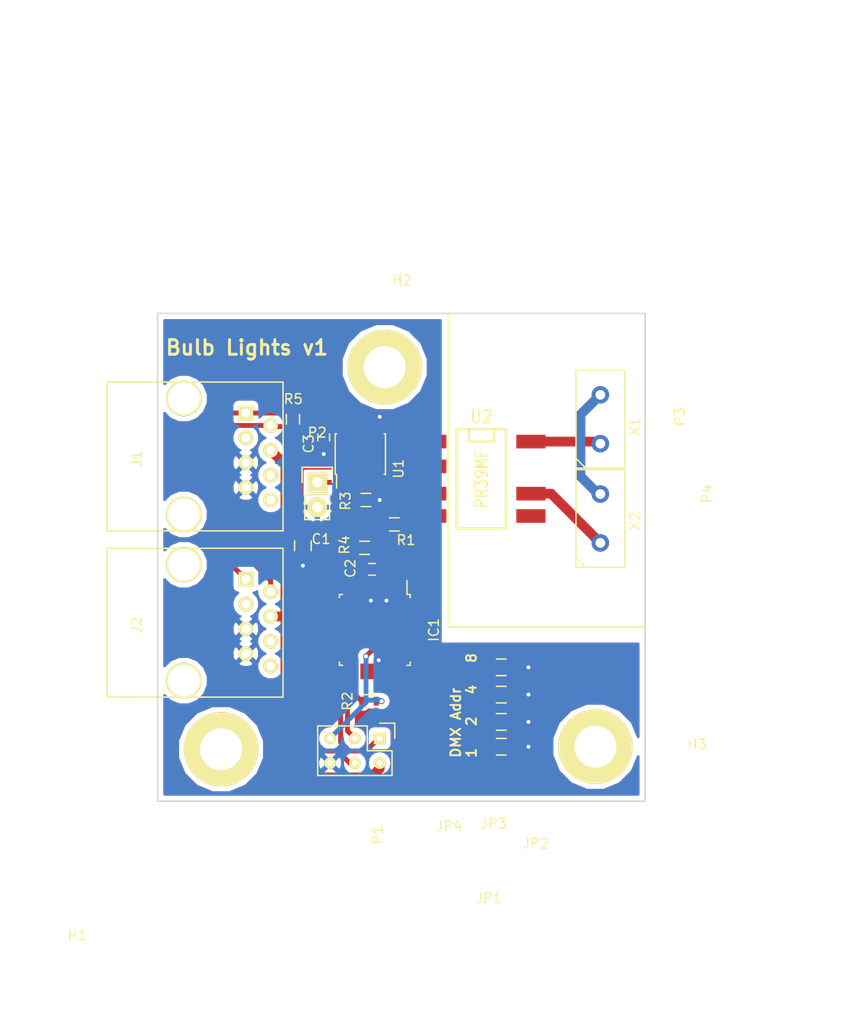
<source format=kicad_pcb>
(kicad_pcb (version 4) (host pcbnew 4.0.2+e4-6225~38~ubuntu16.04.1-stable)

  (general
    (links 53)
    (no_connects 0)
    (area 47.04881 51.158047 134.953953 156.328333)
    (thickness 1.6)
    (drawings 11)
    (tracks 173)
    (zones 0)
    (modules 24)
    (nets 21)
  )

  (page A4)
  (layers
    (0 F.Cu signal)
    (31 B.Cu signal)
    (32 B.Adhes user)
    (33 F.Adhes user)
    (34 B.Paste user)
    (35 F.Paste user)
    (36 B.SilkS user)
    (37 F.SilkS user)
    (38 B.Mask user)
    (39 F.Mask user)
    (40 Dwgs.User user)
    (41 Cmts.User user)
    (42 Eco1.User user)
    (43 Eco2.User user)
    (44 Edge.Cuts user)
    (45 Margin user)
    (46 B.CrtYd user)
    (47 F.CrtYd user)
    (48 B.Fab user)
    (49 F.Fab user)
  )

  (setup
    (last_trace_width 1)
    (user_trace_width 0.5)
    (user_trace_width 1)
    (trace_clearance 0.2)
    (zone_clearance 0.508)
    (zone_45_only yes)
    (trace_min 0.2)
    (segment_width 0.2)
    (edge_width 0.15)
    (via_size 0.6)
    (via_drill 0.4)
    (via_min_size 0.4)
    (via_min_drill 0.3)
    (uvia_size 0.3)
    (uvia_drill 0.1)
    (uvias_allowed no)
    (uvia_min_size 0.2)
    (uvia_min_drill 0.1)
    (pcb_text_width 0.3)
    (pcb_text_size 1.5 1.5)
    (mod_edge_width 0.15)
    (mod_text_size 1 1)
    (mod_text_width 0.15)
    (pad_size 1.2 1.2)
    (pad_drill 0.6)
    (pad_to_mask_clearance 0.2)
    (aux_axis_origin 0 0)
    (visible_elements FFFFFF7F)
    (pcbplotparams
      (layerselection 0x010e0_80000001)
      (usegerberextensions true)
      (excludeedgelayer true)
      (linewidth 0.100000)
      (plotframeref false)
      (viasonmask false)
      (mode 1)
      (useauxorigin false)
      (hpglpennumber 1)
      (hpglpenspeed 20)
      (hpglpendiameter 15)
      (hpglpenoverlay 2)
      (psnegative false)
      (psa4output false)
      (plotreference true)
      (plotvalue false)
      (plotinvisibletext false)
      (padsonsilk false)
      (subtractmaskfromsilk false)
      (outputformat 1)
      (mirror false)
      (drillshape 0)
      (scaleselection 1)
      (outputdirectory ""))
  )

  (net 0 "")
  (net 1 +5V)
  (net 2 GND)
  (net 3 /~RESET)
  (net 4 /trig)
  (net 5 "Net-(IC1-Pad24)")
  (net 6 "Net-(J1-Pad1)")
  (net 7 "Net-(J1-Pad2)")
  (net 8 /Rx)
  (net 9 "Net-(P3-Pad1)")
  (net 10 "Net-(P3-Pad2)")
  (net 11 "Net-(P4-Pad1)")
  (net 12 "Net-(R4-Pad1)")
  (net 13 "Net-(IC1-Pad23)")
  (net 14 "Net-(IC1-Pad25)")
  (net 15 "Net-(IC1-Pad26)")
  (net 16 /MOSI)
  (net 17 /MISO)
  (net 18 /SCK)
  (net 19 "Net-(R3-Pad1)")
  (net 20 "Net-(IC1-Pad30)")

  (net_class Default "This is the default net class."
    (clearance 0.2)
    (trace_width 0.25)
    (via_dia 0.6)
    (via_drill 0.4)
    (uvia_dia 0.3)
    (uvia_drill 0.1)
    (add_net +5V)
    (add_net /MISO)
    (add_net /MOSI)
    (add_net /Rx)
    (add_net /SCK)
    (add_net /trig)
    (add_net /~RESET)
    (add_net GND)
    (add_net "Net-(IC1-Pad23)")
    (add_net "Net-(IC1-Pad24)")
    (add_net "Net-(IC1-Pad25)")
    (add_net "Net-(IC1-Pad26)")
    (add_net "Net-(IC1-Pad30)")
    (add_net "Net-(J1-Pad1)")
    (add_net "Net-(J1-Pad2)")
    (add_net "Net-(P3-Pad1)")
    (add_net "Net-(P3-Pad2)")
    (add_net "Net-(P4-Pad1)")
    (add_net "Net-(R3-Pad1)")
    (add_net "Net-(R4-Pad1)")
  )

  (module Connect:RJ45_8 (layer F.Cu) (tedit 57935558) (tstamp 578D2B26)
    (at 66.04 98.044 270)
    (tags RJ45)
    (path /578D2467)
    (fp_text reference J1 (at 0.254 4.826 270) (layer F.SilkS)
      (effects (font (size 1 1) (thickness 0.15)))
    )
    (fp_text value RJ45 (at -11.684 13.716 270) (layer F.Fab)
      (effects (font (size 1 1) (thickness 0.15)))
    )
    (fp_line (start -7.62 7.874) (end 7.62 7.874) (layer F.SilkS) (width 0.15))
    (fp_line (start 7.62 7.874) (end 7.62 -10.16) (layer F.SilkS) (width 0.15))
    (fp_line (start 7.62 -10.16) (end -7.62 -10.16) (layer F.SilkS) (width 0.15))
    (fp_line (start -7.62 -10.16) (end -7.62 7.874) (layer F.SilkS) (width 0.15))
    (pad Hole thru_hole circle (at 5.93852 0 270) (size 3.64998 3.64998) (drill 3.2512) (layers *.Cu *.Mask F.SilkS))
    (pad Hole thru_hole circle (at -5.9309 0 270) (size 3.64998 3.64998) (drill 3.2512) (layers *.Cu *.Mask F.SilkS))
    (pad 1 thru_hole rect (at -4.445 -6.35 270) (size 1.50114 1.50114) (drill 0.89916) (layers *.Cu *.Mask F.SilkS)
      (net 6 "Net-(J1-Pad1)"))
    (pad 2 thru_hole circle (at -3.175 -8.89 270) (size 1.50114 1.50114) (drill 0.89916) (layers *.Cu *.Mask F.SilkS)
      (net 7 "Net-(J1-Pad2)"))
    (pad 3 thru_hole circle (at -1.905 -6.35 270) (size 1.50114 1.50114) (drill 0.89916) (layers *.Cu *.Mask F.SilkS))
    (pad 4 thru_hole circle (at -0.635 -8.89 270) (size 1.50114 1.50114) (drill 0.89916) (layers *.Cu *.Mask F.SilkS)
      (net 1 +5V))
    (pad 5 thru_hole circle (at 0.635 -6.35 270) (size 1.50114 1.50114) (drill 0.89916) (layers *.Cu *.Mask F.SilkS)
      (net 2 GND))
    (pad 6 thru_hole circle (at 1.905 -8.89 270) (size 1.50114 1.50114) (drill 0.89916) (layers *.Cu *.Mask F.SilkS))
    (pad 7 thru_hole circle (at 3.175 -6.35 270) (size 1.50114 1.50114) (drill 0.89916) (layers *.Cu *.Mask F.SilkS)
      (net 2 GND))
    (pad 8 thru_hole circle (at 4.445 -8.89 270) (size 1.50114 1.50114) (drill 0.89916) (layers *.Cu *.Mask F.SilkS))
    (model Connect.3dshapes/RJ45_8.wrl
      (at (xyz 0 0 0))
      (scale (xyz 0.4 0.4 0.4))
      (rotate (xyz 0 0 0))
    )
  )

  (module Capacitors_SMD:C_0805 (layer F.Cu) (tedit 5794D9BA) (tstamp 578D2AEC)
    (at 78.232 107.188 270)
    (descr "Capacitor SMD 0805, reflow soldering, AVX (see smccp.pdf)")
    (tags "capacitor 0805")
    (path /578D4501)
    (attr smd)
    (fp_text reference C1 (at -0.688 -1.868 360) (layer F.SilkS)
      (effects (font (size 1 1) (thickness 0.15)))
    )
    (fp_text value 10u/10V (at -34.036 5.842 270) (layer F.Fab)
      (effects (font (size 1 1) (thickness 0.15)))
    )
    (fp_line (start -1.8 -1) (end 1.8 -1) (layer F.CrtYd) (width 0.05))
    (fp_line (start -1.8 1) (end 1.8 1) (layer F.CrtYd) (width 0.05))
    (fp_line (start -1.8 -1) (end -1.8 1) (layer F.CrtYd) (width 0.05))
    (fp_line (start 1.8 -1) (end 1.8 1) (layer F.CrtYd) (width 0.05))
    (fp_line (start 0.5 -0.85) (end -0.5 -0.85) (layer F.SilkS) (width 0.15))
    (fp_line (start -0.5 0.85) (end 0.5 0.85) (layer F.SilkS) (width 0.15))
    (pad 1 smd rect (at -1 0 270) (size 1 1.25) (layers F.Cu F.Paste F.Mask)
      (net 1 +5V))
    (pad 2 smd rect (at 1 0 270) (size 1 1.25) (layers F.Cu F.Paste F.Mask)
      (net 2 GND))
    (model Capacitors_SMD.3dshapes/C_0805.wrl
      (at (xyz 0 0 0))
      (scale (xyz 1 1 1))
      (rotate (xyz 0 0 0))
    )
  )

  (module Capacitors_SMD:C_0603 (layer F.Cu) (tedit 5794D594) (tstamp 578D2AF2)
    (at 85.3 109.6)
    (descr "Capacitor SMD 0603, reflow soldering, AVX (see smccp.pdf)")
    (tags "capacitor 0603")
    (path /578D4592)
    (attr smd)
    (fp_text reference C2 (at -2.2 -0.1 90) (layer F.SilkS)
      (effects (font (size 1 1) (thickness 0.15)))
    )
    (fp_text value 100n (at 47.498 -4.318) (layer F.Fab)
      (effects (font (size 1 1) (thickness 0.15)))
    )
    (fp_line (start -1.45 -0.75) (end 1.45 -0.75) (layer F.CrtYd) (width 0.05))
    (fp_line (start -1.45 0.75) (end 1.45 0.75) (layer F.CrtYd) (width 0.05))
    (fp_line (start -1.45 -0.75) (end -1.45 0.75) (layer F.CrtYd) (width 0.05))
    (fp_line (start 1.45 -0.75) (end 1.45 0.75) (layer F.CrtYd) (width 0.05))
    (fp_line (start -0.35 -0.6) (end 0.35 -0.6) (layer F.SilkS) (width 0.15))
    (fp_line (start 0.35 0.6) (end -0.35 0.6) (layer F.SilkS) (width 0.15))
    (pad 1 smd rect (at -0.75 0) (size 0.8 0.75) (layers F.Cu F.Paste F.Mask)
      (net 1 +5V))
    (pad 2 smd rect (at 0.75 0) (size 0.8 0.75) (layers F.Cu F.Paste F.Mask)
      (net 2 GND))
    (model Capacitors_SMD.3dshapes/C_0603.wrl
      (at (xyz 0 0 0))
      (scale (xyz 1 1 1))
      (rotate (xyz 0 0 0))
    )
  )

  (module Capacitors_SMD:C_0603 (layer F.Cu) (tedit 57926B77) (tstamp 578D2AF8)
    (at 80.37 96.098 270)
    (descr "Capacitor SMD 0603, reflow soldering, AVX (see smccp.pdf)")
    (tags "capacitor 0603")
    (path /578D45BF)
    (attr smd)
    (fp_text reference C3 (at 0.65 1.55 270) (layer F.SilkS)
      (effects (font (size 1 1) (thickness 0.15)))
    )
    (fp_text value 100n (at -42.784 12.98 270) (layer F.Fab)
      (effects (font (size 1 1) (thickness 0.15)))
    )
    (fp_line (start -1.45 -0.75) (end 1.45 -0.75) (layer F.CrtYd) (width 0.05))
    (fp_line (start -1.45 0.75) (end 1.45 0.75) (layer F.CrtYd) (width 0.05))
    (fp_line (start -1.45 -0.75) (end -1.45 0.75) (layer F.CrtYd) (width 0.05))
    (fp_line (start 1.45 -0.75) (end 1.45 0.75) (layer F.CrtYd) (width 0.05))
    (fp_line (start -0.35 -0.6) (end 0.35 -0.6) (layer F.SilkS) (width 0.15))
    (fp_line (start 0.35 0.6) (end -0.35 0.6) (layer F.SilkS) (width 0.15))
    (pad 1 smd rect (at -0.75 0 270) (size 0.8 0.75) (layers F.Cu F.Paste F.Mask)
      (net 1 +5V))
    (pad 2 smd rect (at 0.75 0 270) (size 0.8 0.75) (layers F.Cu F.Paste F.Mask)
      (net 2 GND))
    (model Capacitors_SMD.3dshapes/C_0603.wrl
      (at (xyz 0 0 0))
      (scale (xyz 1 1 1))
      (rotate (xyz 0 0 0))
    )
  )

  (module Resistors_SMD:R_0603 (layer F.Cu) (tedit 5794D742) (tstamp 578D2B49)
    (at 87.6 105 180)
    (descr "Resistor SMD 0603, reflow soldering, Vishay (see dcrcw.pdf)")
    (tags "resistor 0603")
    (path /578D2874)
    (attr smd)
    (fp_text reference R1 (at -1.2 -1.6 180) (layer F.SilkS)
      (effects (font (size 1 1) (thickness 0.15)))
    )
    (fp_text value 1K (at 39.3 11 180) (layer F.Fab)
      (effects (font (size 1 1) (thickness 0.15)))
    )
    (fp_line (start -1.3 -0.8) (end 1.3 -0.8) (layer F.CrtYd) (width 0.05))
    (fp_line (start -1.3 0.8) (end 1.3 0.8) (layer F.CrtYd) (width 0.05))
    (fp_line (start -1.3 -0.8) (end -1.3 0.8) (layer F.CrtYd) (width 0.05))
    (fp_line (start 1.3 -0.8) (end 1.3 0.8) (layer F.CrtYd) (width 0.05))
    (fp_line (start 0.5 0.675) (end -0.5 0.675) (layer F.SilkS) (width 0.15))
    (fp_line (start -0.5 -0.675) (end 0.5 -0.675) (layer F.SilkS) (width 0.15))
    (pad 1 smd rect (at -0.75 0 180) (size 0.5 0.9) (layers F.Cu F.Paste F.Mask)
      (net 20 "Net-(IC1-Pad30)"))
    (pad 2 smd rect (at 0.75 0 180) (size 0.5 0.9) (layers F.Cu F.Paste F.Mask)
      (net 8 /Rx))
    (model Resistors_SMD.3dshapes/R_0603.wrl
      (at (xyz 0 0 0))
      (scale (xyz 1 1 1))
      (rotate (xyz 0 0 0))
    )
  )

  (module Resistors_SMD:R_0603 (layer F.Cu) (tedit 5794D5AF) (tstamp 578D2B4F)
    (at 85 123.1)
    (descr "Resistor SMD 0603, reflow soldering, Vishay (see dcrcw.pdf)")
    (tags "resistor 0603")
    (path /5794D933)
    (attr smd)
    (fp_text reference R2 (at -2.2 0 90) (layer F.SilkS)
      (effects (font (size 1 1) (thickness 0.15)))
    )
    (fp_text value 10K (at 35.56 4.064) (layer F.Fab)
      (effects (font (size 1 1) (thickness 0.15)))
    )
    (fp_line (start -1.3 -0.8) (end 1.3 -0.8) (layer F.CrtYd) (width 0.05))
    (fp_line (start -1.3 0.8) (end 1.3 0.8) (layer F.CrtYd) (width 0.05))
    (fp_line (start -1.3 -0.8) (end -1.3 0.8) (layer F.CrtYd) (width 0.05))
    (fp_line (start 1.3 -0.8) (end 1.3 0.8) (layer F.CrtYd) (width 0.05))
    (fp_line (start 0.5 0.675) (end -0.5 0.675) (layer F.SilkS) (width 0.15))
    (fp_line (start -0.5 -0.675) (end 0.5 -0.675) (layer F.SilkS) (width 0.15))
    (pad 1 smd rect (at -0.75 0) (size 0.5 0.9) (layers F.Cu F.Paste F.Mask)
      (net 1 +5V))
    (pad 2 smd rect (at 0.75 0) (size 0.5 0.9) (layers F.Cu F.Paste F.Mask)
      (net 3 /~RESET))
    (model Resistors_SMD.3dshapes/R_0603.wrl
      (at (xyz 0 0 0))
      (scale (xyz 1 1 1))
      (rotate (xyz 0 0 0))
    )
  )

  (module Resistors_SMD:R_0603 (layer F.Cu) (tedit 5794D5A7) (tstamp 578D2B55)
    (at 84.7 102.5)
    (descr "Resistor SMD 0603, reflow soldering, Vishay (see dcrcw.pdf)")
    (tags "resistor 0603")
    (path /5794E825)
    (attr smd)
    (fp_text reference R3 (at -2.1 0.1 90) (layer F.SilkS)
      (effects (font (size 1 1) (thickness 0.15)))
    )
    (fp_text value 10K (at -7.112 -46.736) (layer F.Fab)
      (effects (font (size 1 1) (thickness 0.15)))
    )
    (fp_line (start -1.3 -0.8) (end 1.3 -0.8) (layer F.CrtYd) (width 0.05))
    (fp_line (start -1.3 0.8) (end 1.3 0.8) (layer F.CrtYd) (width 0.05))
    (fp_line (start -1.3 -0.8) (end -1.3 0.8) (layer F.CrtYd) (width 0.05))
    (fp_line (start 1.3 -0.8) (end 1.3 0.8) (layer F.CrtYd) (width 0.05))
    (fp_line (start 0.5 0.675) (end -0.5 0.675) (layer F.SilkS) (width 0.15))
    (fp_line (start -0.5 -0.675) (end 0.5 -0.675) (layer F.SilkS) (width 0.15))
    (pad 1 smd rect (at -0.75 0) (size 0.5 0.9) (layers F.Cu F.Paste F.Mask)
      (net 19 "Net-(R3-Pad1)"))
    (pad 2 smd rect (at 0.75 0) (size 0.5 0.9) (layers F.Cu F.Paste F.Mask)
      (net 2 GND))
    (model Resistors_SMD.3dshapes/R_0603.wrl
      (at (xyz 0 0 0))
      (scale (xyz 1 1 1))
      (rotate (xyz 0 0 0))
    )
  )

  (module Resistors_SMD:R_0603 (layer F.Cu) (tedit 5794D5A3) (tstamp 578D2B5B)
    (at 84.55 107.4 180)
    (descr "Resistor SMD 0603, reflow soldering, Vishay (see dcrcw.pdf)")
    (tags "resistor 0603")
    (path /578D261A)
    (attr smd)
    (fp_text reference R4 (at 2.05 0.3 270) (layer F.SilkS)
      (effects (font (size 1 1) (thickness 0.15)))
    )
    (fp_text value R (at 6.35 45.212 180) (layer F.Fab)
      (effects (font (size 1 1) (thickness 0.15)))
    )
    (fp_line (start -1.3 -0.8) (end 1.3 -0.8) (layer F.CrtYd) (width 0.05))
    (fp_line (start -1.3 0.8) (end 1.3 0.8) (layer F.CrtYd) (width 0.05))
    (fp_line (start -1.3 -0.8) (end -1.3 0.8) (layer F.CrtYd) (width 0.05))
    (fp_line (start 1.3 -0.8) (end 1.3 0.8) (layer F.CrtYd) (width 0.05))
    (fp_line (start 0.5 0.675) (end -0.5 0.675) (layer F.SilkS) (width 0.15))
    (fp_line (start -0.5 -0.675) (end 0.5 -0.675) (layer F.SilkS) (width 0.15))
    (pad 1 smd rect (at -0.75 0 180) (size 0.5 0.9) (layers F.Cu F.Paste F.Mask)
      (net 12 "Net-(R4-Pad1)"))
    (pad 2 smd rect (at 0.75 0 180) (size 0.5 0.9) (layers F.Cu F.Paste F.Mask)
      (net 4 /trig))
    (model Resistors_SMD.3dshapes/R_0603.wrl
      (at (xyz 0 0 0))
      (scale (xyz 1 1 1))
      (rotate (xyz 0 0 0))
    )
  )

  (module Resistors_SMD:R_0603 (layer F.Cu) (tedit 57935465) (tstamp 578D2B61)
    (at 77.216 94.234 270)
    (descr "Resistor SMD 0603, reflow soldering, Vishay (see dcrcw.pdf)")
    (tags "resistor 0603")
    (path /578D251E)
    (attr smd)
    (fp_text reference R5 (at -2.066 -0.032 360) (layer F.SilkS)
      (effects (font (size 1 1) (thickness 0.15)))
    )
    (fp_text value 120R (at -20.828 6.858 270) (layer F.Fab)
      (effects (font (size 1 1) (thickness 0.15)))
    )
    (fp_line (start -1.3 -0.8) (end 1.3 -0.8) (layer F.CrtYd) (width 0.05))
    (fp_line (start -1.3 0.8) (end 1.3 0.8) (layer F.CrtYd) (width 0.05))
    (fp_line (start -1.3 -0.8) (end -1.3 0.8) (layer F.CrtYd) (width 0.05))
    (fp_line (start 1.3 -0.8) (end 1.3 0.8) (layer F.CrtYd) (width 0.05))
    (fp_line (start 0.5 0.675) (end -0.5 0.675) (layer F.SilkS) (width 0.15))
    (fp_line (start -0.5 -0.675) (end 0.5 -0.675) (layer F.SilkS) (width 0.15))
    (pad 1 smd rect (at -0.75 0 270) (size 0.5 0.9) (layers F.Cu F.Paste F.Mask)
      (net 6 "Net-(J1-Pad1)"))
    (pad 2 smd rect (at 0.75 0 270) (size 0.5 0.9) (layers F.Cu F.Paste F.Mask)
      (net 7 "Net-(J1-Pad2)"))
    (model Resistors_SMD.3dshapes/R_0603.wrl
      (at (xyz 0 0 0))
      (scale (xyz 1 1 1))
      (rotate (xyz 0 0 0))
    )
  )

  (module Housings_SOIC:SOIC-8_3.9x4.9mm_Pitch1.27mm (layer F.Cu) (tedit 5794C7AE) (tstamp 578D2B6D)
    (at 84.12 97.798 90)
    (descr "8-Lead Plastic Small Outline (SN) - Narrow, 3.90 mm Body [SOIC] (see Microchip Packaging Specification 00000049BS.pdf)")
    (tags "SOIC 1.27")
    (path /578D240D)
    (attr smd)
    (fp_text reference U1 (at -1.502 3.92 90) (layer F.SilkS)
      (effects (font (size 1 1) (thickness 0.15)))
    )
    (fp_text value 75LBC176 (at 28.482 -1.744 90) (layer F.Fab)
      (effects (font (size 1 1) (thickness 0.15)))
    )
    (fp_line (start -3.75 -2.75) (end -3.75 2.75) (layer F.CrtYd) (width 0.05))
    (fp_line (start 3.75 -2.75) (end 3.75 2.75) (layer F.CrtYd) (width 0.05))
    (fp_line (start -3.75 -2.75) (end 3.75 -2.75) (layer F.CrtYd) (width 0.05))
    (fp_line (start -3.75 2.75) (end 3.75 2.75) (layer F.CrtYd) (width 0.05))
    (fp_line (start -2.075 -2.575) (end -2.075 -2.43) (layer F.SilkS) (width 0.15))
    (fp_line (start 2.075 -2.575) (end 2.075 -2.43) (layer F.SilkS) (width 0.15))
    (fp_line (start 2.075 2.575) (end 2.075 2.43) (layer F.SilkS) (width 0.15))
    (fp_line (start -2.075 2.575) (end -2.075 2.43) (layer F.SilkS) (width 0.15))
    (fp_line (start -2.075 -2.575) (end 2.075 -2.575) (layer F.SilkS) (width 0.15))
    (fp_line (start -2.075 2.575) (end 2.075 2.575) (layer F.SilkS) (width 0.15))
    (fp_line (start -2.075 -2.43) (end -3.475 -2.43) (layer F.SilkS) (width 0.15))
    (pad 1 smd rect (at -2.7 -1.905 90) (size 1.55 0.6) (layers F.Cu F.Paste F.Mask)
      (net 8 /Rx))
    (pad 2 smd rect (at -2.7 -0.635 90) (size 1.55 0.6) (layers F.Cu F.Paste F.Mask)
      (net 19 "Net-(R3-Pad1)"))
    (pad 3 smd rect (at -2.7 0.635 90) (size 1.55 0.6) (layers F.Cu F.Paste F.Mask)
      (net 19 "Net-(R3-Pad1)"))
    (pad 4 smd rect (at -2.7 1.905 90) (size 1.55 0.6) (layers F.Cu F.Paste F.Mask))
    (pad 5 smd rect (at 2.7 1.905 90) (size 1.55 0.6) (layers F.Cu F.Paste F.Mask)
      (net 2 GND))
    (pad 6 smd rect (at 2.7 0.635 90) (size 1.55 0.6) (layers F.Cu F.Paste F.Mask)
      (net 6 "Net-(J1-Pad1)"))
    (pad 7 smd rect (at 2.7 -0.635 90) (size 1.55 0.6) (layers F.Cu F.Paste F.Mask)
      (net 7 "Net-(J1-Pad2)"))
    (pad 8 smd rect (at 2.7 -1.905 90) (size 1.55 0.6) (layers F.Cu F.Paste F.Mask)
      (net 1 +5V))
    (model Housings_SOIC.3dshapes/SOIC-8_3.9x4.9mm_Pitch1.27mm.wrl
      (at (xyz 0 0 0))
      (scale (xyz 1 1 1))
      (rotate (xyz 0 0 0))
    )
  )

  (module myConns:euroTerminal (layer F.Cu) (tedit 57935966) (tstamp 5790F922)
    (at 108.712 94.234 90)
    (path /578D2695)
    (fp_text reference P3 (at 0.254 8.128 90) (layer F.SilkS)
      (effects (font (size 1 1) (thickness 0.15)))
    )
    (fp_text value X1 (at -0.762 3.556 90) (layer F.SilkS)
      (effects (font (size 1 1) (thickness 0.15)))
    )
    (fp_line (start -5 -1.5) (end -4 -2.5) (layer F.SilkS) (width 0.15))
    (fp_line (start -5 -2.5) (end 5 -2.5) (layer F.SilkS) (width 0.15))
    (fp_line (start 5 -2.5) (end 5 2.5) (layer F.SilkS) (width 0.15))
    (fp_line (start 5 2.5) (end -5 2.5) (layer F.SilkS) (width 0.15))
    (fp_line (start -5 2.5) (end -5 -2.5) (layer F.SilkS) (width 0.15))
    (pad 1 thru_hole circle (at -2.5 0 90) (size 1.8 1.8) (drill 1) (layers *.Cu *.Mask)
      (net 9 "Net-(P3-Pad1)"))
    (pad 2 thru_hole circle (at 2.5 0 90) (size 1.8 1.8) (drill 1) (layers *.Cu *.Mask)
      (net 10 "Net-(P3-Pad2)"))
  )

  (module myConns:euroTerminal (layer F.Cu) (tedit 57935964) (tstamp 5790F927)
    (at 108.712 104.394 90)
    (path /578D2726)
    (fp_text reference P4 (at 2.54 10.922 90) (layer F.SilkS)
      (effects (font (size 1 1) (thickness 0.15)))
    )
    (fp_text value X2 (at -0.254 3.556 90) (layer F.SilkS)
      (effects (font (size 1 1) (thickness 0.15)))
    )
    (fp_line (start -5 -1.5) (end -4 -2.5) (layer F.SilkS) (width 0.15))
    (fp_line (start -5 -2.5) (end 5 -2.5) (layer F.SilkS) (width 0.15))
    (fp_line (start 5 -2.5) (end 5 2.5) (layer F.SilkS) (width 0.15))
    (fp_line (start 5 2.5) (end -5 2.5) (layer F.SilkS) (width 0.15))
    (fp_line (start -5 2.5) (end -5 -2.5) (layer F.SilkS) (width 0.15))
    (pad 1 thru_hole circle (at -2.5 0 90) (size 1.8 1.8) (drill 1) (layers *.Cu *.Mask)
      (net 11 "Net-(P4-Pad1)"))
    (pad 2 thru_hole circle (at 2.5 0 90) (size 1.8 1.8) (drill 1) (layers *.Cu *.Mask)
      (net 10 "Net-(P3-Pad2)"))
  )

  (module HV_Isolation:SMD8 (layer F.Cu) (tedit 56DC6368) (tstamp 57926699)
    (at 96.52 100.33 270)
    (descr "8 pins DIL package, round pads")
    (tags DIL)
    (path /5792629D)
    (fp_text reference U2 (at -6.35 0 360) (layer F.SilkS)
      (effects (font (size 1.27 1.143) (thickness 0.2032)))
    )
    (fp_text value PR39MF (at 0 0 270) (layer F.SilkS)
      (effects (font (size 1.27 1.016) (thickness 0.2032)))
    )
    (fp_line (start -5.08 -1.27) (end -3.81 -1.27) (layer F.SilkS) (width 0.254))
    (fp_line (start -3.81 -1.27) (end -3.81 1.27) (layer F.SilkS) (width 0.254))
    (fp_line (start -3.81 1.27) (end -5.08 1.27) (layer F.SilkS) (width 0.254))
    (fp_line (start -5.08 -2.54) (end 5.08 -2.54) (layer F.SilkS) (width 0.254))
    (fp_line (start 5.08 -2.54) (end 5.08 2.54) (layer F.SilkS) (width 0.254))
    (fp_line (start 5.08 2.54) (end -5.08 2.54) (layer F.SilkS) (width 0.254))
    (fp_line (start -5.08 2.54) (end -5.08 -2.54) (layer F.SilkS) (width 0.254))
    (pad 1 smd rect (at -3.81 5.08 270) (size 1.397 3) (layers F.Cu F.Paste F.Mask))
    (pad 2 smd rect (at -1.27 5.08 270) (size 1.397 3) (layers F.Cu F.Paste F.Mask)
      (net 1 +5V))
    (pad 3 smd rect (at 1.524 5.08 270) (size 1.397 3) (layers F.Cu F.Paste F.Mask)
      (net 12 "Net-(R4-Pad1)"))
    (pad 4 smd rect (at 3.81 5.08 270) (size 1.397 3) (layers F.Cu F.Paste F.Mask))
    (pad 5 smd rect (at 3.81 -5.08 270) (size 1.397 3) (layers F.Cu F.Paste F.Mask))
    (pad 6 smd rect (at 1.524 -5.08 270) (size 1.397 3) (layers F.Cu F.Paste F.Mask)
      (net 11 "Net-(P4-Pad1)"))
    (pad 8 smd rect (at -3.81 -5.08 270) (size 1.397 3) (layers F.Cu F.Paste F.Mask)
      (net 9 "Net-(P3-Pad1)"))
    (model dil/dil_8.wrl
      (at (xyz 0 0 0))
      (scale (xyz 1 1 1))
      (rotate (xyz 0 0 0))
    )
  )

  (module Capacitors_SMD:C_0805_HandSoldering (layer F.Cu) (tedit 579270DF) (tstamp 57926AE5)
    (at 98.552 127.762)
    (descr "Capacitor SMD 0805, hand soldering")
    (tags "capacitor 0805")
    (path /57929057)
    (attr smd)
    (fp_text reference JP1 (at -1.27 15.494) (layer F.SilkS)
      (effects (font (size 1 1) (thickness 0.15)))
    )
    (fp_text value Jumper_NO_Small (at 23.368 -6.35) (layer F.Fab)
      (effects (font (size 1 1) (thickness 0.15)))
    )
    (fp_line (start -2.3 -1) (end 2.3 -1) (layer F.CrtYd) (width 0.05))
    (fp_line (start -2.3 1) (end 2.3 1) (layer F.CrtYd) (width 0.05))
    (fp_line (start -2.3 -1) (end -2.3 1) (layer F.CrtYd) (width 0.05))
    (fp_line (start 2.3 -1) (end 2.3 1) (layer F.CrtYd) (width 0.05))
    (fp_line (start 0.5 -0.85) (end -0.5 -0.85) (layer F.SilkS) (width 0.15))
    (fp_line (start -0.5 0.85) (end 0.5 0.85) (layer F.SilkS) (width 0.15))
    (pad 1 smd rect (at -1.25 0) (size 1.5 1.25) (layers F.Cu F.Paste F.Mask)
      (net 13 "Net-(IC1-Pad23)"))
    (pad 2 smd rect (at 1.25 0) (size 1.5 1.25) (layers F.Cu F.Paste F.Mask)
      (net 2 GND))
    (model Capacitors_SMD.3dshapes/C_0805_HandSoldering.wrl
      (at (xyz 0 0 0))
      (scale (xyz 1 1 1))
      (rotate (xyz 0 0 0))
    )
  )

  (module Capacitors_SMD:C_0805_HandSoldering (layer F.Cu) (tedit 579270E2) (tstamp 57926AEB)
    (at 98.552 119.634)
    (descr "Capacitor SMD 0805, hand soldering")
    (tags "capacitor 0805")
    (path /579290F2)
    (attr smd)
    (fp_text reference JP2 (at 3.556 18.034) (layer F.SilkS)
      (effects (font (size 1 1) (thickness 0.15)))
    )
    (fp_text value Jumper_NO_Small (at 23.368 -6.604) (layer F.Fab)
      (effects (font (size 1 1) (thickness 0.15)))
    )
    (fp_line (start -2.3 -1) (end 2.3 -1) (layer F.CrtYd) (width 0.05))
    (fp_line (start -2.3 1) (end 2.3 1) (layer F.CrtYd) (width 0.05))
    (fp_line (start -2.3 -1) (end -2.3 1) (layer F.CrtYd) (width 0.05))
    (fp_line (start 2.3 -1) (end 2.3 1) (layer F.CrtYd) (width 0.05))
    (fp_line (start 0.5 -0.85) (end -0.5 -0.85) (layer F.SilkS) (width 0.15))
    (fp_line (start -0.5 0.85) (end 0.5 0.85) (layer F.SilkS) (width 0.15))
    (pad 1 smd rect (at -1.25 0) (size 1.5 1.25) (layers F.Cu F.Paste F.Mask)
      (net 15 "Net-(IC1-Pad26)"))
    (pad 2 smd rect (at 1.25 0) (size 1.5 1.25) (layers F.Cu F.Paste F.Mask)
      (net 2 GND))
    (model Capacitors_SMD.3dshapes/C_0805_HandSoldering.wrl
      (at (xyz 0 0 0))
      (scale (xyz 1 1 1))
      (rotate (xyz 0 0 0))
    )
  )

  (module Capacitors_SMD:C_0805_HandSoldering (layer F.Cu) (tedit 579270E3) (tstamp 57926AF1)
    (at 98.552 122.428)
    (descr "Capacitor SMD 0805, hand soldering")
    (tags "capacitor 0805")
    (path /5792910F)
    (attr smd)
    (fp_text reference JP3 (at -0.762 13.208) (layer F.SilkS)
      (effects (font (size 1 1) (thickness 0.15)))
    )
    (fp_text value Jumper_NO_Small (at 23.943 -7.027001) (layer F.Fab)
      (effects (font (size 1 1) (thickness 0.15)))
    )
    (fp_line (start -2.3 -1) (end 2.3 -1) (layer F.CrtYd) (width 0.05))
    (fp_line (start -2.3 1) (end 2.3 1) (layer F.CrtYd) (width 0.05))
    (fp_line (start -2.3 -1) (end -2.3 1) (layer F.CrtYd) (width 0.05))
    (fp_line (start 2.3 -1) (end 2.3 1) (layer F.CrtYd) (width 0.05))
    (fp_line (start 0.5 -0.85) (end -0.5 -0.85) (layer F.SilkS) (width 0.15))
    (fp_line (start -0.5 0.85) (end 0.5 0.85) (layer F.SilkS) (width 0.15))
    (pad 1 smd rect (at -1.25 0) (size 1.5 1.25) (layers F.Cu F.Paste F.Mask)
      (net 14 "Net-(IC1-Pad25)"))
    (pad 2 smd rect (at 1.25 0) (size 1.5 1.25) (layers F.Cu F.Paste F.Mask)
      (net 2 GND))
    (model Capacitors_SMD.3dshapes/C_0805_HandSoldering.wrl
      (at (xyz 0 0 0))
      (scale (xyz 1 1 1))
      (rotate (xyz 0 0 0))
    )
  )

  (module Capacitors_SMD:C_0805_HandSoldering (layer F.Cu) (tedit 579270E5) (tstamp 57926AF7)
    (at 98.552 125.222)
    (descr "Capacitor SMD 0805, hand soldering")
    (tags "capacitor 0805")
    (path /579294A0)
    (attr smd)
    (fp_text reference JP4 (at -5.334 10.668) (layer F.SilkS)
      (effects (font (size 1 1) (thickness 0.15)))
    )
    (fp_text value Jumper_NO_Small (at 4.826 25.146) (layer F.Fab)
      (effects (font (size 1 1) (thickness 0.15)))
    )
    (fp_line (start -2.3 -1) (end 2.3 -1) (layer F.CrtYd) (width 0.05))
    (fp_line (start -2.3 1) (end 2.3 1) (layer F.CrtYd) (width 0.05))
    (fp_line (start -2.3 -1) (end -2.3 1) (layer F.CrtYd) (width 0.05))
    (fp_line (start 2.3 -1) (end 2.3 1) (layer F.CrtYd) (width 0.05))
    (fp_line (start 0.5 -0.85) (end -0.5 -0.85) (layer F.SilkS) (width 0.15))
    (fp_line (start -0.5 0.85) (end 0.5 0.85) (layer F.SilkS) (width 0.15))
    (pad 1 smd rect (at -1.25 0) (size 1.5 1.25) (layers F.Cu F.Paste F.Mask)
      (net 5 "Net-(IC1-Pad24)"))
    (pad 2 smd rect (at 1.25 0) (size 1.5 1.25) (layers F.Cu F.Paste F.Mask)
      (net 2 GND))
    (model Capacitors_SMD.3dshapes/C_0805_HandSoldering.wrl
      (at (xyz 0 0 0))
      (scale (xyz 1 1 1))
      (rotate (xyz 0 0 0))
    )
  )

  (module Housings_QFP:TQFP-32_7x7mm_Pitch0.8mm (layer F.Cu) (tedit 5794D5C7) (tstamp 57934D7A)
    (at 85.6 115.8 270)
    (descr "32-Lead Plastic Thin Quad Flatpack (PT) - 7x7x1.0 mm Body, 2.00 mm [TQFP] (see Microchip Packaging Specification 00000049BS.pdf)")
    (tags "QFP 0.8")
    (path /5794FB2C)
    (attr smd)
    (fp_text reference IC1 (at 0 -6.05 270) (layer F.SilkS)
      (effects (font (size 1 1) (thickness 0.15)))
    )
    (fp_text value ATMEGA168PA-A (at -48.5 30.7 270) (layer F.Fab)
      (effects (font (size 1 1) (thickness 0.15)))
    )
    (fp_line (start -5.3 -5.3) (end -5.3 5.3) (layer F.CrtYd) (width 0.05))
    (fp_line (start 5.3 -5.3) (end 5.3 5.3) (layer F.CrtYd) (width 0.05))
    (fp_line (start -5.3 -5.3) (end 5.3 -5.3) (layer F.CrtYd) (width 0.05))
    (fp_line (start -5.3 5.3) (end 5.3 5.3) (layer F.CrtYd) (width 0.05))
    (fp_line (start -3.625 -3.625) (end -3.625 -3.3) (layer F.SilkS) (width 0.15))
    (fp_line (start 3.625 -3.625) (end 3.625 -3.3) (layer F.SilkS) (width 0.15))
    (fp_line (start 3.625 3.625) (end 3.625 3.3) (layer F.SilkS) (width 0.15))
    (fp_line (start -3.625 3.625) (end -3.625 3.3) (layer F.SilkS) (width 0.15))
    (fp_line (start -3.625 -3.625) (end -3.3 -3.625) (layer F.SilkS) (width 0.15))
    (fp_line (start -3.625 3.625) (end -3.3 3.625) (layer F.SilkS) (width 0.15))
    (fp_line (start 3.625 3.625) (end 3.3 3.625) (layer F.SilkS) (width 0.15))
    (fp_line (start 3.625 -3.625) (end 3.3 -3.625) (layer F.SilkS) (width 0.15))
    (fp_line (start -3.625 -3.3) (end -5.05 -3.3) (layer F.SilkS) (width 0.15))
    (pad 1 smd rect (at -4.25 -2.8 270) (size 1.6 0.55) (layers F.Cu F.Paste F.Mask))
    (pad 2 smd rect (at -4.25 -2 270) (size 1.6 0.55) (layers F.Cu F.Paste F.Mask))
    (pad 3 smd rect (at -4.25 -1.2 270) (size 1.6 0.55) (layers F.Cu F.Paste F.Mask)
      (net 2 GND))
    (pad 4 smd rect (at -4.25 -0.4 270) (size 1.6 0.55) (layers F.Cu F.Paste F.Mask)
      (net 1 +5V))
    (pad 5 smd rect (at -4.25 0.4 270) (size 1.6 0.55) (layers F.Cu F.Paste F.Mask)
      (net 2 GND))
    (pad 6 smd rect (at -4.25 1.2 270) (size 1.6 0.55) (layers F.Cu F.Paste F.Mask)
      (net 1 +5V))
    (pad 7 smd rect (at -4.25 2 270) (size 1.6 0.55) (layers F.Cu F.Paste F.Mask))
    (pad 8 smd rect (at -4.25 2.8 270) (size 1.6 0.55) (layers F.Cu F.Paste F.Mask))
    (pad 9 smd rect (at -2.8 4.25) (size 1.6 0.55) (layers F.Cu F.Paste F.Mask))
    (pad 10 smd rect (at -2 4.25) (size 1.6 0.55) (layers F.Cu F.Paste F.Mask))
    (pad 11 smd rect (at -1.2 4.25) (size 1.6 0.55) (layers F.Cu F.Paste F.Mask))
    (pad 12 smd rect (at -0.4 4.25) (size 1.6 0.55) (layers F.Cu F.Paste F.Mask))
    (pad 13 smd rect (at 0.4 4.25) (size 1.6 0.55) (layers F.Cu F.Paste F.Mask)
      (net 4 /trig))
    (pad 14 smd rect (at 1.2 4.25) (size 1.6 0.55) (layers F.Cu F.Paste F.Mask))
    (pad 15 smd rect (at 2 4.25) (size 1.6 0.55) (layers F.Cu F.Paste F.Mask)
      (net 16 /MOSI))
    (pad 16 smd rect (at 2.8 4.25) (size 1.6 0.55) (layers F.Cu F.Paste F.Mask)
      (net 17 /MISO))
    (pad 17 smd rect (at 4.25 2.8 270) (size 1.6 0.55) (layers F.Cu F.Paste F.Mask)
      (net 18 /SCK))
    (pad 18 smd rect (at 4.25 2 270) (size 1.6 0.55) (layers F.Cu F.Paste F.Mask)
      (net 1 +5V))
    (pad 19 smd rect (at 4.25 1.2 270) (size 1.6 0.55) (layers F.Cu F.Paste F.Mask))
    (pad 20 smd rect (at 4.25 0.4 270) (size 1.6 0.55) (layers F.Cu F.Paste F.Mask))
    (pad 21 smd rect (at 4.25 -0.4 270) (size 1.6 0.55) (layers F.Cu F.Paste F.Mask)
      (net 2 GND))
    (pad 22 smd rect (at 4.25 -1.2 270) (size 1.6 0.55) (layers F.Cu F.Paste F.Mask))
    (pad 23 smd rect (at 4.25 -2 270) (size 1.6 0.55) (layers F.Cu F.Paste F.Mask)
      (net 13 "Net-(IC1-Pad23)"))
    (pad 24 smd rect (at 4.25 -2.8 270) (size 1.6 0.55) (layers F.Cu F.Paste F.Mask)
      (net 5 "Net-(IC1-Pad24)"))
    (pad 25 smd rect (at 2.8 -4.25) (size 1.6 0.55) (layers F.Cu F.Paste F.Mask)
      (net 14 "Net-(IC1-Pad25)"))
    (pad 26 smd rect (at 2 -4.25) (size 1.6 0.55) (layers F.Cu F.Paste F.Mask)
      (net 15 "Net-(IC1-Pad26)"))
    (pad 27 smd rect (at 1.2 -4.25) (size 1.6 0.55) (layers F.Cu F.Paste F.Mask))
    (pad 28 smd rect (at 0.4 -4.25) (size 1.6 0.55) (layers F.Cu F.Paste F.Mask))
    (pad 29 smd rect (at -0.4 -4.25) (size 1.6 0.55) (layers F.Cu F.Paste F.Mask)
      (net 3 /~RESET))
    (pad 30 smd rect (at -1.2 -4.25) (size 1.6 0.55) (layers F.Cu F.Paste F.Mask)
      (net 20 "Net-(IC1-Pad30)"))
    (pad 31 smd rect (at -2 -4.25) (size 1.6 0.55) (layers F.Cu F.Paste F.Mask))
    (pad 32 smd rect (at -2.8 -4.25) (size 1.6 0.55) (layers F.Cu F.Paste F.Mask))
    (model Housings_QFP.3dshapes/TQFP-32_7x7mm_Pitch0.8mm.wrl
      (at (xyz 0 0 0))
      (scale (xyz 1 1 1))
      (rotate (xyz 0 0 0))
    )
  )

  (module Connect:RJ45_8 (layer F.Cu) (tedit 57935566) (tstamp 57935300)
    (at 66.04 115.062 270)
    (tags RJ45)
    (path /57935881)
    (fp_text reference J2 (at 0.254 4.826 270) (layer F.SilkS)
      (effects (font (size 1 1) (thickness 0.15)))
    )
    (fp_text value RJ45 (at -33.02 13.462 270) (layer F.Fab)
      (effects (font (size 1 1) (thickness 0.15)))
    )
    (fp_line (start -7.62 7.874) (end 7.62 7.874) (layer F.SilkS) (width 0.15))
    (fp_line (start 7.62 7.874) (end 7.62 -10.16) (layer F.SilkS) (width 0.15))
    (fp_line (start 7.62 -10.16) (end -7.62 -10.16) (layer F.SilkS) (width 0.15))
    (fp_line (start -7.62 -10.16) (end -7.62 7.874) (layer F.SilkS) (width 0.15))
    (pad Hole thru_hole circle (at 5.93852 0 270) (size 3.64998 3.64998) (drill 3.2512) (layers *.Cu *.Mask F.SilkS))
    (pad Hole thru_hole circle (at -5.9309 0 270) (size 3.64998 3.64998) (drill 3.2512) (layers *.Cu *.Mask F.SilkS))
    (pad 1 thru_hole rect (at -4.445 -6.35 270) (size 1.50114 1.50114) (drill 0.89916) (layers *.Cu *.Mask F.SilkS)
      (net 6 "Net-(J1-Pad1)"))
    (pad 2 thru_hole circle (at -3.175 -8.89 270) (size 1.50114 1.50114) (drill 0.89916) (layers *.Cu *.Mask F.SilkS)
      (net 7 "Net-(J1-Pad2)"))
    (pad 3 thru_hole circle (at -1.905 -6.35 270) (size 1.50114 1.50114) (drill 0.89916) (layers *.Cu *.Mask F.SilkS))
    (pad 4 thru_hole circle (at -0.635 -8.89 270) (size 1.50114 1.50114) (drill 0.89916) (layers *.Cu *.Mask F.SilkS)
      (net 1 +5V))
    (pad 5 thru_hole circle (at 0.635 -6.35 270) (size 1.50114 1.50114) (drill 0.89916) (layers *.Cu *.Mask F.SilkS)
      (net 2 GND))
    (pad 6 thru_hole circle (at 1.905 -8.89 270) (size 1.50114 1.50114) (drill 0.89916) (layers *.Cu *.Mask F.SilkS))
    (pad 7 thru_hole circle (at 3.175 -6.35 270) (size 1.50114 1.50114) (drill 0.89916) (layers *.Cu *.Mask F.SilkS)
      (net 2 GND))
    (pad 8 thru_hole circle (at 4.445 -8.89 270) (size 1.50114 1.50114) (drill 0.89916) (layers *.Cu *.Mask F.SilkS))
    (model Connect.3dshapes/RJ45_8.wrl
      (at (xyz 0 0 0))
      (scale (xyz 0.4 0.4 0.4))
      (rotate (xyz 0 0 0))
    )
  )

  (module Mounting_Holes:MountingHole_4.3mm_M4_ISO7380_Pad (layer F.Cu) (tedit 5793576C) (tstamp 5793578A)
    (at 69.85 128.016)
    (descr "Mounting Hole 4.3mm, M4, ISO7380")
    (tags "mounting hole 4.3mm m4 iso7380")
    (path /57935F8B)
    (fp_text reference H1 (at -14.732 19.05) (layer F.SilkS)
      (effects (font (size 1 1) (thickness 0.15)))
    )
    (fp_text value hole (at 1.016 11.684) (layer F.Fab)
      (effects (font (size 1 1) (thickness 0.15)))
    )
    (fp_circle (center 0 0) (end 3.8 0) (layer Cmts.User) (width 0.15))
    (fp_circle (center 0 0) (end 4.05 0) (layer F.CrtYd) (width 0.05))
    (pad 1 thru_hole circle (at 0 0) (size 7.6 7.6) (drill 4.3) (layers *.Cu *.Mask F.SilkS))
  )

  (module Mounting_Holes:MountingHole_4.3mm_M4_ISO7380_Pad (layer F.Cu) (tedit 57935767) (tstamp 5793578F)
    (at 86.614 88.9)
    (descr "Mounting Hole 4.3mm, M4, ISO7380")
    (tags "mounting hole 4.3mm m4 iso7380")
    (path /5793601E)
    (fp_text reference H2 (at 1.778 -8.89) (layer F.SilkS)
      (effects (font (size 1 1) (thickness 0.15)))
    )
    (fp_text value hole (at -1.524 -10.414) (layer F.Fab)
      (effects (font (size 1 1) (thickness 0.15)))
    )
    (fp_circle (center 0 0) (end 3.8 0) (layer Cmts.User) (width 0.15))
    (fp_circle (center 0 0) (end 4.05 0) (layer F.CrtYd) (width 0.05))
    (pad 1 thru_hole circle (at 0 0) (size 7.6 7.6) (drill 4.3) (layers *.Cu *.Mask F.SilkS))
  )

  (module Mounting_Holes:MountingHole_4.3mm_M4_ISO7380_Pad (layer F.Cu) (tedit 57935777) (tstamp 57935794)
    (at 108.204 127.762)
    (descr "Mounting Hole 4.3mm, M4, ISO7380")
    (tags "mounting hole 4.3mm m4 iso7380")
    (path /57936062)
    (fp_text reference H3 (at 10.414 -0.254) (layer F.SilkS)
      (effects (font (size 1 1) (thickness 0.15)))
    )
    (fp_text value hole (at 11.938 7.62) (layer F.Fab)
      (effects (font (size 1 1) (thickness 0.15)))
    )
    (fp_circle (center 0 0) (end 3.8 0) (layer Cmts.User) (width 0.15))
    (fp_circle (center 0 0) (end 4.05 0) (layer F.CrtYd) (width 0.05))
    (pad 1 thru_hole circle (at 0 0) (size 7.6 7.6) (drill 4.3) (layers *.Cu *.Mask F.SilkS))
  )

  (module Pin_Headers:Pin_Header_Straight_2x03 (layer F.Cu) (tedit 5794D5B3) (tstamp 5794CC6A)
    (at 86.1 126.9 270)
    (descr "Through hole pin header")
    (tags "pin header")
    (path /5794D357)
    (fp_text reference P1 (at 9.9 0.2 270) (layer F.SilkS)
      (effects (font (size 1 1) (thickness 0.15)))
    )
    (fp_text value CONN_02X03 (at 24.32 -6.89 270) (layer F.Fab)
      (effects (font (size 1 1) (thickness 0.15)))
    )
    (fp_line (start -1.27 1.27) (end -1.27 6.35) (layer F.SilkS) (width 0.15))
    (fp_line (start -1.55 -1.55) (end 0 -1.55) (layer F.SilkS) (width 0.15))
    (fp_line (start -1.75 -1.75) (end -1.75 6.85) (layer F.CrtYd) (width 0.05))
    (fp_line (start 4.3 -1.75) (end 4.3 6.85) (layer F.CrtYd) (width 0.05))
    (fp_line (start -1.75 -1.75) (end 4.3 -1.75) (layer F.CrtYd) (width 0.05))
    (fp_line (start -1.75 6.85) (end 4.3 6.85) (layer F.CrtYd) (width 0.05))
    (fp_line (start 1.27 -1.27) (end 1.27 1.27) (layer F.SilkS) (width 0.15))
    (fp_line (start 1.27 1.27) (end -1.27 1.27) (layer F.SilkS) (width 0.15))
    (fp_line (start -1.27 6.35) (end 3.81 6.35) (layer F.SilkS) (width 0.15))
    (fp_line (start 3.81 6.35) (end 3.81 1.27) (layer F.SilkS) (width 0.15))
    (fp_line (start -1.55 -1.55) (end -1.55 0) (layer F.SilkS) (width 0.15))
    (fp_line (start 3.81 -1.27) (end 1.27 -1.27) (layer F.SilkS) (width 0.15))
    (fp_line (start 3.81 1.27) (end 3.81 -1.27) (layer F.SilkS) (width 0.15))
    (pad 1 thru_hole rect (at 0 0 270) (size 1.2 1.2) (drill 0.6) (layers *.Cu *.Mask F.SilkS)
      (net 17 /MISO))
    (pad 2 thru_hole oval (at 2.54 0 270) (size 1.2 1.2) (drill 0.6) (layers *.Cu *.Mask F.SilkS)
      (net 1 +5V))
    (pad 3 thru_hole circle (at 0 2.54 270) (size 1.2 1.2) (drill 0.6) (layers *.Cu *.Mask F.SilkS)
      (net 18 /SCK))
    (pad 4 thru_hole circle (at 2.54 2.54 270) (size 1.2 1.2) (drill 0.6) (layers *.Cu *.Mask F.SilkS)
      (net 16 /MOSI))
    (pad 5 thru_hole circle (at 0 5.08 270) (size 1.2 1.2) (drill 0.6) (layers *.Cu *.Mask F.SilkS)
      (net 3 /~RESET))
    (pad 6 thru_hole circle (at 2.54 5.08 270) (size 1.2 1.2) (drill 0.6) (layers *.Cu *.Mask F.SilkS)
      (net 2 GND))
    (model Pin_Headers.3dshapes/Pin_Header_Straight_2x03.wrl
      (at (xyz 0.05 -0.1 0))
      (scale (xyz 1 1 1))
      (rotate (xyz 0 0 90))
    )
  )

  (module Pin_Headers:Pin_Header_Straight_1x02 (layer F.Cu) (tedit 5794D9B5) (tstamp 5794D827)
    (at 79.7 100.7)
    (descr "Through hole pin header")
    (tags "pin header")
    (path /5795108B)
    (fp_text reference P2 (at 0 -5.1) (layer F.SilkS)
      (effects (font (size 1 1) (thickness 0.15)))
    )
    (fp_text value Rx (at -28.3 5.4) (layer F.Fab)
      (effects (font (size 1 1) (thickness 0.15)))
    )
    (fp_line (start 1.27 1.27) (end 1.27 3.81) (layer F.SilkS) (width 0.15))
    (fp_line (start 1.55 -1.55) (end 1.55 0) (layer F.SilkS) (width 0.15))
    (fp_line (start -1.75 -1.75) (end -1.75 4.3) (layer F.CrtYd) (width 0.05))
    (fp_line (start 1.75 -1.75) (end 1.75 4.3) (layer F.CrtYd) (width 0.05))
    (fp_line (start -1.75 -1.75) (end 1.75 -1.75) (layer F.CrtYd) (width 0.05))
    (fp_line (start -1.75 4.3) (end 1.75 4.3) (layer F.CrtYd) (width 0.05))
    (fp_line (start 1.27 1.27) (end -1.27 1.27) (layer F.SilkS) (width 0.15))
    (fp_line (start -1.55 0) (end -1.55 -1.55) (layer F.SilkS) (width 0.15))
    (fp_line (start -1.55 -1.55) (end 1.55 -1.55) (layer F.SilkS) (width 0.15))
    (fp_line (start -1.27 1.27) (end -1.27 3.81) (layer F.SilkS) (width 0.15))
    (fp_line (start -1.27 3.81) (end 1.27 3.81) (layer F.SilkS) (width 0.15))
    (pad 1 thru_hole rect (at 0 0) (size 2.032 2.032) (drill 1.016) (layers *.Cu *.Mask F.SilkS)
      (net 8 /Rx))
    (pad 2 thru_hole oval (at 0 2.54) (size 2.032 2.032) (drill 1.016) (layers *.Cu *.Mask F.SilkS)
      (net 2 GND))
    (model Pin_Headers.3dshapes/Pin_Header_Straight_1x02.wrl
      (at (xyz 0 -0.05 0))
      (scale (xyz 1 1 1))
      (rotate (xyz 0 0 90))
    )
  )

  (gr_text "Bulb Lights v1" (at 72.5 86.9) (layer F.SilkS)
    (effects (font (size 1.5 1.5) (thickness 0.3)))
  )
  (gr_text GND (at 81 142.2) (layer Dwgs.User)
    (effects (font (size 1 1) (thickness 0.2)))
  )
  (gr_text "DMX Addr\n1   2   4   8" (at 94.7 129 90) (layer F.SilkS)
    (effects (font (size 1 1) (thickness 0.2)) (justify left))
  )
  (gr_line (start 113.27 115.52) (end 113.27 115.6) (angle 90) (layer Dwgs.User) (width 0.2))
  (gr_line (start 93.15 115.52) (end 113.27 115.52) (angle 90) (layer F.SilkS) (width 0.2))
  (gr_line (start 93.15 83.43) (end 93.15 115.52) (angle 90) (layer F.SilkS) (width 0.2))
  (gr_line (start 63.35 83.4) (end 63.55 83.4) (angle 90) (layer Edge.Cuts) (width 0.15))
  (gr_line (start 63.35 133.35) (end 63.35 83.4) (angle 90) (layer Edge.Cuts) (width 0.15))
  (gr_line (start 113.3 133.35) (end 63.35 133.35) (angle 90) (layer Edge.Cuts) (width 0.15))
  (gr_line (start 113.3 83.4) (end 113.3 133.35) (angle 90) (layer Edge.Cuts) (width 0.15))
  (gr_line (start 63.35 83.4) (end 113.3 83.4) (angle 90) (layer Edge.Cuts) (width 0.15))

  (segment (start 78.232 106.188) (end 78.232 105.332) (width 1) (layer F.Cu) (net 1))
  (segment (start 77.8 99.322) (end 78.232 98.89) (width 1) (layer F.Cu) (net 1) (tstamp 5794D830))
  (segment (start 77.8 104.9) (end 77.8 99.322) (width 1) (layer F.Cu) (net 1) (tstamp 5794D82F))
  (segment (start 78.232 105.332) (end 77.8 104.9) (width 1) (layer F.Cu) (net 1) (tstamp 5794D82E))
  (segment (start 84.55 109.6) (end 84.55 106.55) (width 0.5) (layer F.Cu) (net 1))
  (segment (start 84.1 106.1) (end 78.32 106.1) (width 0.5) (layer F.Cu) (net 1) (tstamp 5794D583))
  (segment (start 84.55 106.55) (end 84.1 106.1) (width 0.5) (layer F.Cu) (net 1) (tstamp 5794D582))
  (segment (start 78.32 106.1) (end 78.232 106.188) (width 0.5) (layer F.Cu) (net 1) (tstamp 5794D584))
  (segment (start 84.4 111.55) (end 84.4 109.75) (width 0.5) (layer F.Cu) (net 1))
  (segment (start 84.4 109.75) (end 84.55 109.6) (width 0.5) (layer F.Cu) (net 1) (tstamp 5794D4CD))
  (segment (start 83.6 120.05) (end 83.6 122.45) (width 0.5) (layer F.Cu) (net 1))
  (segment (start 83.6 122.45) (end 84.25 123.1) (width 0.5) (layer F.Cu) (net 1) (tstamp 5794D32D))
  (segment (start 86.1 129.44) (end 86.1 130) (width 1) (layer F.Cu) (net 1))
  (segment (start 86.1 130) (end 85.2 130.9) (width 1) (layer F.Cu) (net 1) (tstamp 5794D2D5))
  (segment (start 85.2 130.9) (end 80 130.9) (width 1) (layer F.Cu) (net 1) (tstamp 5794D2D7))
  (segment (start 80 130.9) (end 76.44 127.34) (width 1) (layer F.Cu) (net 1) (tstamp 5794D2D8))
  (segment (start 76.44 127.34) (end 76.44 114.427) (width 1) (layer F.Cu) (net 1) (tstamp 5794D2D9))
  (segment (start 84.4 112.9) (end 84.4 116.2) (width 0.5) (layer F.Cu) (net 1))
  (segment (start 83.6 117) (end 83.6 120.05) (width 0.5) (layer F.Cu) (net 1) (tstamp 5794D1A8))
  (segment (start 84.4 116.2) (end 83.6 117) (width 0.5) (layer F.Cu) (net 1) (tstamp 5794D1A7))
  (segment (start 84.4 112.8) (end 84.4 112.9) (width 0.5) (layer F.Cu) (net 1))
  (segment (start 84.4 112.9) (end 84.4 113.6) (width 0.5) (layer F.Cu) (net 1) (tstamp 5794D1A5))
  (segment (start 84.4 113.6) (end 84.4 113.5) (width 0.5) (layer F.Cu) (net 1) (tstamp 5794D19E))
  (segment (start 84.4 113.5) (end 84.4 113.6) (width 0.5) (layer F.Cu) (net 1) (tstamp 5794D1A0))
  (segment (start 85.2 113.6) (end 84.4 113.6) (width 0.5) (layer F.Cu) (net 1))
  (segment (start 85.2 113.6) (end 85.6 113.6) (width 0.5) (layer F.Cu) (net 1) (tstamp 5794D194))
  (segment (start 85.6 113.6) (end 86 113.2) (width 0.5) (layer F.Cu) (net 1) (tstamp 5794D185))
  (segment (start 86 113.2) (end 86 111.55) (width 0.5) (layer F.Cu) (net 1) (tstamp 5794D186))
  (segment (start 84.4 111.55) (end 84.4 112.8) (width 0.5) (layer F.Cu) (net 1))
  (segment (start 74.93 114.427) (end 76.44 114.427) (width 1) (layer F.Cu) (net 1))
  (segment (start 76.44 114.427) (end 76.44 114.3) (width 1) (layer F.Cu) (net 1) (tstamp 5794CE1C))
  (segment (start 75.057 114.3) (end 74.93 114.427) (width 1) (layer F.Cu) (net 1) (tstamp 5794CE17))
  (segment (start 76.44 114.3) (end 76.44 113.3) (width 1) (layer F.Cu) (net 1) (tstamp 5794CE15))
  (segment (start 76.44 113.3) (end 76.44 106.17) (width 1) (layer F.Cu) (net 1) (tstamp 5794C78D))
  (segment (start 80.37 95.348) (end 79.532 95.348) (width 0.5) (layer F.Cu) (net 1))
  (segment (start 79.532 95.348) (end 78.232 96.648) (width 0.5) (layer F.Cu) (net 1) (tstamp 5794C83F))
  (segment (start 78.232 96.648) (end 78.232 98.89) (width 0.5) (layer F.Cu) (net 1) (tstamp 5794C841))
  (segment (start 76.44 106.17) (end 78.214 106.17) (width 1) (layer F.Cu) (net 1))
  (segment (start 78.214 106.17) (end 78.232 106.188) (width 1) (layer F.Cu) (net 1) (tstamp 5794C796))
  (segment (start 76.44 98.919) (end 74.93 97.409) (width 1) (layer F.Cu) (net 1) (tstamp 5794C78E))
  (segment (start 76.44 106.17) (end 76.44 98.919) (width 1) (layer F.Cu) (net 1) (tstamp 5794C794))
  (segment (start 78.232 98.89) (end 91.27 98.89) (width 1) (layer F.Cu) (net 1))
  (segment (start 91.27 98.89) (end 91.44 99.06) (width 1) (layer F.Cu) (net 1) (tstamp 5794C783))
  (segment (start 91.44 99.06) (end 90.17 99.06) (width 0.5) (layer F.Cu) (net 1))
  (segment (start 74.93 114.427) (end 75.057 114.427) (width 0.5) (layer F.Cu) (net 1))
  (segment (start 82.215 95.098) (end 80.62 95.098) (width 0.5) (layer F.Cu) (net 1))
  (segment (start 80.62 95.098) (end 80.37 95.348) (width 0.5) (layer F.Cu) (net 1) (tstamp 578D2CF0))
  (segment (start 85.45 102.5) (end 86.1 102.5) (width 0.5) (layer F.Cu) (net 2))
  (via (at 86.1 102.5) (size 0.6) (drill 0.4) (layers F.Cu B.Cu) (net 2))
  (segment (start 85.2 111.55) (end 85.2 110.45) (width 0.5) (layer F.Cu) (net 2))
  (segment (start 85.2 110.45) (end 86.05 109.6) (width 0.5) (layer F.Cu) (net 2) (tstamp 5794D4D0))
  (segment (start 86 120.05) (end 86 118.9) (width 0.5) (layer F.Cu) (net 2))
  (via (at 86 118.9) (size 0.6) (drill 0.4) (layers F.Cu B.Cu) (net 2))
  (segment (start 86.8 111.55) (end 86.8 112.8) (width 0.5) (layer F.Cu) (net 2))
  (via (at 86.8 112.8) (size 0.6) (drill 0.4) (layers F.Cu B.Cu) (net 2))
  (segment (start 85.2 111.55) (end 85.2 112.8) (width 0.5) (layer F.Cu) (net 2))
  (via (at 85.2 112.8) (size 0.6) (drill 0.4) (layers F.Cu B.Cu) (net 2))
  (via (at 101.346 122.428) (size 0.6) (drill 0.4) (layers F.Cu B.Cu) (net 2))
  (segment (start 99.802 122.428) (end 101.346 122.428) (width 0.25) (layer F.Cu) (net 2))
  (segment (start 99.802 119.634) (end 101.346 119.634) (width 0.25) (layer F.Cu) (net 2))
  (via (at 101.346 119.634) (size 0.6) (drill 0.4) (layers F.Cu B.Cu) (net 2))
  (segment (start 99.802 125.222) (end 101.346 125.222) (width 0.25) (layer F.Cu) (net 2))
  (via (at 101.346 125.222) (size 0.6) (drill 0.4) (layers F.Cu B.Cu) (net 2))
  (via (at 101.346 127.762) (size 0.6) (drill 0.4) (layers F.Cu B.Cu) (net 2))
  (segment (start 99.802 127.762) (end 101.346 127.762) (width 0.25) (layer F.Cu) (net 2))
  (segment (start 86.025 95.098) (end 86.025 94.061) (width 0.5) (layer F.Cu) (net 2))
  (via (at 86.106 93.98) (size 0.6) (drill 0.4) (layers F.Cu B.Cu) (net 2))
  (segment (start 86.025 94.061) (end 86.106 93.98) (width 0.5) (layer F.Cu) (net 2) (tstamp 5794CDFE))
  (segment (start 78.232 108.188) (end 78.232 109.22) (width 0.5) (layer F.Cu) (net 2))
  (via (at 78.232 109.22) (size 0.6) (drill 0.4) (layers F.Cu B.Cu) (net 2))
  (segment (start 72.39 115.697) (end 72.263 115.697) (width 1) (layer F.Cu) (net 2))
  (segment (start 80.37 96.848) (end 80.37 97.798) (width 0.5) (layer F.Cu) (net 2))
  (via (at 80.37 97.798) (size 0.6) (drill 0.4) (layers F.Cu B.Cu) (net 2))
  (segment (start 80.47 96.748) (end 80.37 96.848) (width 0.5) (layer F.Cu) (net 2) (tstamp 578D2CA0))
  (segment (start 85.75 123.1) (end 86.3 123.1) (width 0.5) (layer F.Cu) (net 3))
  (segment (start 86.2 123) (end 84.7 123) (width 0.5) (layer B.Cu) (net 3) (tstamp 5794D333))
  (segment (start 86.3 123.1) (end 86.2 123) (width 0.5) (layer B.Cu) (net 3) (tstamp 5794D332))
  (via (at 86.3 123.1) (size 0.6) (drill 0.4) (layers F.Cu B.Cu) (net 3))
  (segment (start 84.7 118.5) (end 84.7 123) (width 0.5) (layer B.Cu) (net 3))
  (segment (start 84.7 123) (end 84.7 123.22) (width 0.5) (layer B.Cu) (net 3) (tstamp 5794D336))
  (segment (start 84.7 123.22) (end 81.02 126.9) (width 0.5) (layer B.Cu) (net 3) (tstamp 5794D2B7))
  (segment (start 89.85 115.4) (end 87.8 115.4) (width 0.5) (layer F.Cu) (net 3))
  (via (at 84.7 118.5) (size 0.6) (drill 0.4) (layers F.Cu B.Cu) (net 3))
  (segment (start 87.8 115.4) (end 84.7 118.5) (width 0.5) (layer F.Cu) (net 3) (tstamp 5794D221))
  (segment (start 83.8 107.4) (end 82.4 107.4) (width 0.5) (layer F.Cu) (net 4))
  (segment (start 79.8 116.2) (end 81.35 116.2) (width 0.5) (layer F.Cu) (net 4) (tstamp 5794D58B))
  (segment (start 78.7 115.1) (end 79.8 116.2) (width 0.5) (layer F.Cu) (net 4) (tstamp 5794D58A))
  (segment (start 78.7 111.1) (end 78.7 115.1) (width 0.5) (layer F.Cu) (net 4) (tstamp 5794D588))
  (segment (start 82.4 107.4) (end 78.7 111.1) (width 0.5) (layer F.Cu) (net 4) (tstamp 5794D587))
  (segment (start 88.4 120.05) (end 88.4 121.4) (width 0.5) (layer F.Cu) (net 5))
  (segment (start 92.222 125.222) (end 97.302 125.222) (width 0.5) (layer F.Cu) (net 5) (tstamp 5794D175))
  (segment (start 88.4 121.4) (end 92.222 125.222) (width 0.5) (layer F.Cu) (net 5) (tstamp 5794D174))
  (segment (start 77.216 93.484) (end 78.026 93.484) (width 0.5) (layer F.Cu) (net 6))
  (segment (start 84.755 93.675) (end 84.755 95.098) (width 0.5) (layer F.Cu) (net 6) (tstamp 5794C774))
  (segment (start 83.73 92.65) (end 84.755 93.675) (width 0.5) (layer F.Cu) (net 6) (tstamp 5794C773))
  (segment (start 78.86 92.65) (end 83.73 92.65) (width 0.5) (layer F.Cu) (net 6) (tstamp 5794C772))
  (segment (start 78.026 93.484) (end 78.86 92.65) (width 0.5) (layer F.Cu) (net 6) (tstamp 5794C771))
  (segment (start 72.39 93.599) (end 77.101 93.599) (width 0.5) (layer F.Cu) (net 6))
  (segment (start 77.101 93.599) (end 77.216 93.484) (width 0.5) (layer F.Cu) (net 6) (tstamp 57935487))
  (segment (start 72.39 93.599) (end 70.993 93.599) (width 0.5) (layer F.Cu) (net 6))
  (segment (start 69.85 108.077) (end 72.39 110.617) (width 0.5) (layer F.Cu) (net 6) (tstamp 5793541B))
  (segment (start 69.85 94.742) (end 69.85 108.077) (width 0.5) (layer F.Cu) (net 6) (tstamp 5793541A))
  (segment (start 70.993 93.599) (end 69.85 94.742) (width 0.5) (layer F.Cu) (net 6) (tstamp 57935419))
  (segment (start 72.39 110.617) (end 72.263 110.617) (width 0.5) (layer F.Cu) (net 6))
  (segment (start 77.216 94.984) (end 78.006 94.984) (width 0.5) (layer F.Cu) (net 7))
  (segment (start 83.485 93.735) (end 83.485 95.098) (width 0.5) (layer F.Cu) (net 7) (tstamp 5794C77A))
  (segment (start 83.22 93.47) (end 83.485 93.735) (width 0.5) (layer F.Cu) (net 7) (tstamp 5794C779))
  (segment (start 79.52 93.47) (end 83.22 93.47) (width 0.5) (layer F.Cu) (net 7) (tstamp 5794C778))
  (segment (start 78.006 94.984) (end 79.52 93.47) (width 0.5) (layer F.Cu) (net 7) (tstamp 5794C777))
  (segment (start 77.216 94.984) (end 75.045 94.984) (width 0.5) (layer F.Cu) (net 7))
  (segment (start 75.045 94.984) (end 74.93 94.869) (width 0.5) (layer F.Cu) (net 7) (tstamp 5793548A))
  (segment (start 74.93 94.869) (end 71.247 94.869) (width 0.5) (layer F.Cu) (net 7))
  (segment (start 74.93 110.744) (end 74.93 111.887) (width 0.5) (layer F.Cu) (net 7) (tstamp 57935424))
  (segment (start 70.866 106.68) (end 74.93 110.744) (width 0.5) (layer F.Cu) (net 7) (tstamp 57935422))
  (segment (start 70.866 95.25) (end 70.866 106.68) (width 0.5) (layer F.Cu) (net 7) (tstamp 57935421))
  (segment (start 71.247 94.869) (end 70.866 95.25) (width 0.5) (layer F.Cu) (net 7) (tstamp 57935420))
  (segment (start 79.7 100.7) (end 82.013 100.7) (width 0.5) (layer F.Cu) (net 8))
  (segment (start 82.013 100.7) (end 82.215 100.498) (width 0.5) (layer F.Cu) (net 8) (tstamp 5794D839))
  (segment (start 86.85 105) (end 84 105) (width 0.5) (layer F.Cu) (net 8))
  (segment (start 82.215 103.215) (end 82.215 100.498) (width 0.5) (layer F.Cu) (net 8) (tstamp 5794D5A0))
  (segment (start 84 105) (end 82.215 103.215) (width 0.5) (layer F.Cu) (net 8) (tstamp 5794D59E))
  (segment (start 82.215 100.498) (end 82.215 99.957) (width 0.5) (layer F.Cu) (net 8))
  (segment (start 101.6 96.52) (end 108.498 96.52) (width 1) (layer F.Cu) (net 9))
  (segment (start 108.498 96.52) (end 108.712 96.734) (width 1) (layer F.Cu) (net 9) (tstamp 5793598A))
  (segment (start 108.712 101.894) (end 108.498 101.894) (width 1) (layer B.Cu) (net 10))
  (segment (start 108.498 101.894) (end 106.68 100.076) (width 1) (layer B.Cu) (net 10) (tstamp 57935991))
  (segment (start 106.68 100.076) (end 106.68 93.766) (width 1) (layer B.Cu) (net 10) (tstamp 57935992))
  (segment (start 106.68 93.766) (end 108.712 91.734) (width 1) (layer B.Cu) (net 10) (tstamp 57935993))
  (segment (start 101.6 101.854) (end 103.672 101.854) (width 1) (layer F.Cu) (net 11))
  (segment (start 103.672 101.854) (end 108.712 106.894) (width 1) (layer F.Cu) (net 11) (tstamp 5793598D))
  (segment (start 85.3 107.4) (end 86.5 107.4) (width 0.5) (layer F.Cu) (net 12))
  (segment (start 87.6 102.8) (end 88.546 101.854) (width 0.5) (layer F.Cu) (net 12) (tstamp 5794D375))
  (segment (start 88.546 101.854) (end 91.44 101.854) (width 0.5) (layer F.Cu) (net 12) (tstamp 5794D376))
  (segment (start 87.6 104.55) (end 87.6 102.8) (width 0.5) (layer F.Cu) (net 12))
  (segment (start 87.6 106.3) (end 87.6 104.55) (width 0.5) (layer F.Cu) (net 12) (tstamp 5794D58F))
  (segment (start 86.5 107.4) (end 87.6 106.3) (width 0.5) (layer F.Cu) (net 12) (tstamp 5794D58E))
  (segment (start 91.428 101.866) (end 91.44 101.854) (width 0.5) (layer F.Cu) (net 12) (tstamp 57935110))
  (segment (start 87.6 120.05) (end 87.6 122) (width 0.5) (layer F.Cu) (net 13))
  (segment (start 93.362 127.762) (end 97.302 127.762) (width 0.5) (layer F.Cu) (net 13) (tstamp 5794D17A))
  (segment (start 87.6 122) (end 93.362 127.762) (width 0.5) (layer F.Cu) (net 13) (tstamp 5794D179))
  (segment (start 89.85 118.6) (end 91.4 118.6) (width 0.5) (layer F.Cu) (net 14))
  (segment (start 95.228 122.428) (end 97.302 122.428) (width 0.5) (layer F.Cu) (net 14) (tstamp 5794D16B))
  (segment (start 91.4 118.6) (end 95.228 122.428) (width 0.5) (layer F.Cu) (net 14) (tstamp 5794D16A))
  (segment (start 89.85 117.8) (end 92.6 117.8) (width 0.5) (layer F.Cu) (net 15))
  (segment (start 94.434 119.634) (end 97.302 119.634) (width 0.5) (layer F.Cu) (net 15) (tstamp 5794D171))
  (segment (start 92.6 117.8) (end 94.434 119.634) (width 0.5) (layer F.Cu) (net 15) (tstamp 5794D16F))
  (segment (start 81.35 117.8) (end 79.8 117.8) (width 0.5) (layer F.Cu) (net 16))
  (segment (start 81.8 128.2) (end 83.04 129.44) (width 0.5) (layer F.Cu) (net 16) (tstamp 5794D2D0))
  (segment (start 80.1 128.2) (end 81.8 128.2) (width 0.5) (layer F.Cu) (net 16) (tstamp 5794D2CF))
  (segment (start 79 127.1) (end 80.1 128.2) (width 0.5) (layer F.Cu) (net 16) (tstamp 5794D2CE))
  (segment (start 79 118.6) (end 79 127.1) (width 0.5) (layer F.Cu) (net 16) (tstamp 5794D2CD))
  (segment (start 79.8 117.8) (end 79 118.6) (width 0.5) (layer F.Cu) (net 16) (tstamp 5794D2CC))
  (segment (start 83.04 129.44) (end 83.56 129.44) (width 0.5) (layer F.Cu) (net 16) (tstamp 5794D2D2))
  (segment (start 86.1 126.9) (end 86 126.9) (width 0.5) (layer F.Cu) (net 17))
  (segment (start 86 126.9) (end 84.7 128.2) (width 0.5) (layer F.Cu) (net 17) (tstamp 5794D2C0))
  (segment (start 84.7 128.2) (end 83 128.2) (width 0.5) (layer F.Cu) (net 17) (tstamp 5794D2C1))
  (segment (start 83 128.2) (end 82.099998 127.299998) (width 0.5) (layer F.Cu) (net 17) (tstamp 5794D2C2))
  (segment (start 82.099998 127.299998) (end 82.099998 122.999998) (width 0.5) (layer F.Cu) (net 17) (tstamp 5794D2C3))
  (segment (start 82.099998 122.999998) (end 79.8 120.7) (width 0.5) (layer F.Cu) (net 17) (tstamp 5794D2C4))
  (segment (start 79.8 120.7) (end 79.8 119) (width 0.5) (layer F.Cu) (net 17) (tstamp 5794D2C7))
  (segment (start 79.8 119) (end 80.2 118.6) (width 0.5) (layer F.Cu) (net 17) (tstamp 5794D2C8))
  (segment (start 80.2 118.6) (end 81.35 118.6) (width 0.5) (layer F.Cu) (net 17) (tstamp 5794D2C9))
  (segment (start 82.8 120.05) (end 82.8 126.14) (width 0.5) (layer F.Cu) (net 18))
  (segment (start 82.8 126.14) (end 83.56 126.9) (width 0.5) (layer F.Cu) (net 18) (tstamp 5794D2BD))
  (segment (start 83.485 100.498) (end 83.485 102.035) (width 0.5) (layer F.Cu) (net 19))
  (segment (start 83.485 102.035) (end 83.95 102.5) (width 0.5) (layer F.Cu) (net 19) (tstamp 5794D52F))
  (segment (start 84.836 100.579) (end 84.755 100.498) (width 0.5) (layer F.Cu) (net 19) (tstamp 5794CDEF))
  (segment (start 83.485 100.498) (end 84.755 100.498) (width 0.5) (layer F.Cu) (net 19))
  (segment (start 88.35 105) (end 88.35 107.35) (width 0.5) (layer F.Cu) (net 20))
  (segment (start 91.2 114.6) (end 89.85 114.6) (width 0.5) (layer F.Cu) (net 20) (tstamp 5794D5A6))
  (segment (start 91.6 114.2) (end 91.2 114.6) (width 0.5) (layer F.Cu) (net 20) (tstamp 5794D5A5))
  (segment (start 91.6 110.6) (end 91.6 114.2) (width 0.5) (layer F.Cu) (net 20) (tstamp 5794D5A4))
  (segment (start 88.35 107.35) (end 91.6 110.6) (width 0.5) (layer F.Cu) (net 20) (tstamp 5794D5A3))

  (zone (net 2) (net_name GND) (layer B.Cu) (tstamp 57926D17) (hatch edge 0.508)
    (connect_pads (clearance 0.508))
    (min_thickness 0.254)
    (fill yes (arc_segments 16) (thermal_gap 0.508) (thermal_bridge_width 0.508))
    (polygon
      (pts
        (xy 92.456 117.094) (xy 112.776 117.094) (xy 112.776 133.35) (xy 62.738 133.35) (xy 62.738 83.312)
        (xy 92.456 83.312) (xy 92.456 117.094)
      )
    )
    (filled_polygon
      (pts
        (xy 92.329 117.094) (xy 92.339006 117.14341) (xy 92.367447 117.185035) (xy 92.409841 117.212315) (xy 92.456 117.221)
        (xy 112.59 117.221) (xy 112.59 126.763246) (xy 111.966003 125.253056) (xy 110.719506 124.004382) (xy 109.090046 123.327771)
        (xy 107.325694 123.326232) (xy 105.695056 123.999997) (xy 104.446382 125.246494) (xy 103.769771 126.875954) (xy 103.768232 128.640306)
        (xy 104.441997 130.270944) (xy 105.688494 131.519618) (xy 107.317954 132.196229) (xy 109.082306 132.197768) (xy 110.712944 131.524003)
        (xy 111.961618 130.277506) (xy 112.59 128.764194) (xy 112.59 132.64) (xy 64.06 132.64) (xy 64.06 128.894306)
        (xy 65.414232 128.894306) (xy 66.087997 130.524944) (xy 67.334494 131.773618) (xy 68.963954 132.450229) (xy 70.728306 132.451768)
        (xy 72.358944 131.778003) (xy 73.607618 130.531506) (xy 73.702611 130.302735) (xy 80.33687 130.302735) (xy 80.386383 130.528164)
        (xy 80.851036 130.687807) (xy 81.341413 130.657482) (xy 81.653617 130.528164) (xy 81.70313 130.302735) (xy 81.02 129.619605)
        (xy 80.33687 130.302735) (xy 73.702611 130.302735) (xy 74.13101 129.271036) (xy 79.772193 129.271036) (xy 79.802518 129.761413)
        (xy 79.931836 130.073617) (xy 80.157265 130.12313) (xy 80.840395 129.44) (xy 81.199605 129.44) (xy 81.882735 130.12313)
        (xy 82.108164 130.073617) (xy 82.241827 129.684579) (xy 82.324786 129.684579) (xy 82.512408 130.138657) (xy 82.859515 130.486371)
        (xy 83.313266 130.674785) (xy 83.804579 130.675214) (xy 84.258657 130.487592) (xy 84.606371 130.140485) (xy 84.794785 129.686734)
        (xy 84.795021 129.415805) (xy 84.865 129.415805) (xy 84.865 129.464195) (xy 84.959009 129.936809) (xy 85.226723 130.337472)
        (xy 85.627386 130.605186) (xy 86.1 130.699195) (xy 86.572614 130.605186) (xy 86.973277 130.337472) (xy 87.240991 129.936809)
        (xy 87.335 129.464195) (xy 87.335 129.415805) (xy 87.240991 128.943191) (xy 86.973277 128.542528) (xy 86.572614 128.274814)
        (xy 86.1 128.180805) (xy 85.627386 128.274814) (xy 85.226723 128.542528) (xy 84.959009 128.943191) (xy 84.865 129.415805)
        (xy 84.795021 129.415805) (xy 84.795214 129.195421) (xy 84.607592 128.741343) (xy 84.260485 128.393629) (xy 83.806734 128.205215)
        (xy 83.315421 128.204786) (xy 82.861343 128.392408) (xy 82.513629 128.739515) (xy 82.325215 129.193266) (xy 82.324786 129.684579)
        (xy 82.241827 129.684579) (xy 82.267807 129.608964) (xy 82.237482 129.118587) (xy 82.108164 128.806383) (xy 81.882735 128.75687)
        (xy 81.199605 129.44) (xy 80.840395 129.44) (xy 80.157265 128.75687) (xy 79.931836 128.806383) (xy 79.772193 129.271036)
        (xy 74.13101 129.271036) (xy 74.284229 128.902046) (xy 74.284512 128.577265) (xy 80.33687 128.577265) (xy 81.02 129.260395)
        (xy 81.70313 128.577265) (xy 81.653617 128.351836) (xy 81.188964 128.192193) (xy 80.698587 128.222518) (xy 80.386383 128.351836)
        (xy 80.33687 128.577265) (xy 74.284512 128.577265) (xy 74.285761 127.144579) (xy 79.784786 127.144579) (xy 79.972408 127.598657)
        (xy 80.319515 127.946371) (xy 80.773266 128.134785) (xy 81.264579 128.135214) (xy 81.718657 127.947592) (xy 82.066371 127.600485)
        (xy 82.254785 127.146734) (xy 82.254986 126.916594) (xy 82.325046 126.846534) (xy 82.324786 127.144579) (xy 82.512408 127.598657)
        (xy 82.859515 127.946371) (xy 83.313266 128.134785) (xy 83.804579 128.135214) (xy 84.258657 127.947592) (xy 84.606371 127.600485)
        (xy 84.794785 127.146734) (xy 84.795214 126.655421) (xy 84.648357 126.3) (xy 84.85256 126.3) (xy 84.85256 127.5)
        (xy 84.896838 127.735317) (xy 85.03591 127.951441) (xy 85.24811 128.096431) (xy 85.5 128.14744) (xy 86.7 128.14744)
        (xy 86.935317 128.103162) (xy 87.151441 127.96409) (xy 87.296431 127.75189) (xy 87.34744 127.5) (xy 87.34744 126.3)
        (xy 87.303162 126.064683) (xy 87.16409 125.848559) (xy 86.95189 125.703569) (xy 86.7 125.65256) (xy 85.5 125.65256)
        (xy 85.264683 125.696838) (xy 85.048559 125.83591) (xy 84.903569 126.04811) (xy 84.85256 126.3) (xy 84.648357 126.3)
        (xy 84.607592 126.201343) (xy 84.260485 125.853629) (xy 83.806734 125.665215) (xy 83.506627 125.664953) (xy 85.286579 123.885)
        (xy 85.762494 123.885) (xy 85.769673 123.892192) (xy 86.113201 124.034838) (xy 86.485167 124.035162) (xy 86.828943 123.893117)
        (xy 87.092192 123.630327) (xy 87.234838 123.286799) (xy 87.235162 122.914833) (xy 87.093117 122.571057) (xy 86.830327 122.307808)
        (xy 86.555817 122.193821) (xy 86.538675 122.182367) (xy 86.518632 122.17838) (xy 86.486799 122.165162) (xy 86.452028 122.165132)
        (xy 86.2 122.114999) (xy 86.199995 122.115) (xy 85.585 122.115) (xy 85.585 118.806822) (xy 85.634838 118.686799)
        (xy 85.635162 118.314833) (xy 85.493117 117.971057) (xy 85.230327 117.707808) (xy 84.886799 117.565162) (xy 84.514833 117.564838)
        (xy 84.171057 117.706883) (xy 83.907808 117.969673) (xy 83.765162 118.313201) (xy 83.764838 118.685167) (xy 83.815 118.806569)
        (xy 83.815 122.853421) (xy 81.003435 125.664985) (xy 80.775421 125.664786) (xy 80.321343 125.852408) (xy 79.973629 126.199515)
        (xy 79.785215 126.653266) (xy 79.784786 127.144579) (xy 74.285761 127.144579) (xy 74.285768 127.137694) (xy 73.612003 125.507056)
        (xy 72.365506 124.258382) (xy 70.736046 123.581771) (xy 68.971694 123.580232) (xy 67.341056 124.253997) (xy 66.092382 125.500494)
        (xy 65.415771 127.129954) (xy 65.414232 128.894306) (xy 64.06 128.894306) (xy 64.06 122.499052) (xy 64.644708 123.084782)
        (xy 65.548531 123.460082) (xy 66.527175 123.460936) (xy 67.431652 123.087214) (xy 68.124262 122.395812) (xy 68.499562 121.491989)
        (xy 68.500416 120.513345) (xy 68.126694 119.608868) (xy 67.727454 119.20893) (xy 71.597675 119.20893) (xy 71.665735 119.449931)
        (xy 72.185034 119.634767) (xy 72.735538 119.606805) (xy 73.114265 119.449931) (xy 73.182325 119.20893) (xy 72.39 118.416605)
        (xy 71.597675 119.20893) (xy 67.727454 119.20893) (xy 67.435292 118.916258) (xy 66.531469 118.540958) (xy 65.552825 118.540104)
        (xy 64.648348 118.913826) (xy 64.06 119.501148) (xy 64.06 118.032034) (xy 70.992233 118.032034) (xy 71.020195 118.582538)
        (xy 71.177069 118.961265) (xy 71.41807 119.029325) (xy 72.210395 118.237) (xy 72.569605 118.237) (xy 73.36193 119.029325)
        (xy 73.602931 118.961265) (xy 73.787767 118.441966) (xy 73.759805 117.891462) (xy 73.602931 117.512735) (xy 73.36193 117.444675)
        (xy 72.569605 118.237) (xy 72.210395 118.237) (xy 71.41807 117.444675) (xy 71.177069 117.512735) (xy 70.992233 118.032034)
        (xy 64.06 118.032034) (xy 64.06 116.66893) (xy 71.597675 116.66893) (xy 71.665735 116.909931) (xy 71.813938 116.962681)
        (xy 71.665735 117.024069) (xy 71.597675 117.26507) (xy 72.39 118.057395) (xy 73.182325 117.26507) (xy 73.114265 117.024069)
        (xy 72.966062 116.971319) (xy 73.114265 116.909931) (xy 73.182325 116.66893) (xy 72.39 115.876605) (xy 71.597675 116.66893)
        (xy 64.06 116.66893) (xy 64.06 115.492034) (xy 70.992233 115.492034) (xy 71.020195 116.042538) (xy 71.177069 116.421265)
        (xy 71.41807 116.489325) (xy 72.210395 115.697) (xy 72.569605 115.697) (xy 73.36193 116.489325) (xy 73.602931 116.421265)
        (xy 73.787767 115.901966) (xy 73.759805 115.351462) (xy 73.602931 114.972735) (xy 73.36193 114.904675) (xy 72.569605 115.697)
        (xy 72.210395 115.697) (xy 71.41807 114.904675) (xy 71.177069 114.972735) (xy 70.992233 115.492034) (xy 64.06 115.492034)
        (xy 64.06 110.629632) (xy 64.644708 111.215362) (xy 65.548531 111.590662) (xy 66.527175 111.591516) (xy 67.431652 111.217794)
        (xy 68.124262 110.526392) (xy 68.398302 109.86643) (xy 70.99199 109.86643) (xy 70.99199 111.36757) (xy 71.036268 111.602887)
        (xy 71.17534 111.819011) (xy 71.38754 111.964001) (xy 71.584021 112.003789) (xy 71.216056 112.371113) (xy 71.004671 112.880184)
        (xy 71.00419 113.431398) (xy 71.214686 113.940837) (xy 71.604113 114.330944) (xy 71.819496 114.420379) (xy 71.665735 114.484069)
        (xy 71.597675 114.72507) (xy 72.39 115.517395) (xy 73.182325 114.72507) (xy 73.114265 114.484069) (xy 72.94896 114.425231)
        (xy 73.173837 114.332314) (xy 73.563944 113.942887) (xy 73.775329 113.433816) (xy 73.77581 112.882602) (xy 73.565314 112.373163)
        (xy 73.197156 112.004363) (xy 73.375887 111.970732) (xy 73.544451 111.862264) (xy 73.54419 112.161398) (xy 73.754686 112.670837)
        (xy 74.144113 113.060944) (xy 74.375381 113.156975) (xy 74.146163 113.251686) (xy 73.756056 113.641113) (xy 73.544671 114.150184)
        (xy 73.54419 114.701398) (xy 73.754686 115.210837) (xy 74.144113 115.600944) (xy 74.375381 115.696975) (xy 74.146163 115.791686)
        (xy 73.756056 116.181113) (xy 73.544671 116.690184) (xy 73.54419 117.241398) (xy 73.754686 117.750837) (xy 74.144113 118.140944)
        (xy 74.375381 118.236975) (xy 74.146163 118.331686) (xy 73.756056 118.721113) (xy 73.544671 119.230184) (xy 73.54419 119.781398)
        (xy 73.754686 120.290837) (xy 74.144113 120.680944) (xy 74.653184 120.892329) (xy 75.204398 120.89281) (xy 75.713837 120.682314)
        (xy 76.103944 120.292887) (xy 76.315329 119.783816) (xy 76.31581 119.232602) (xy 76.105314 118.723163) (xy 75.715887 118.333056)
        (xy 75.484619 118.237025) (xy 75.713837 118.142314) (xy 76.103944 117.752887) (xy 76.315329 117.243816) (xy 76.31581 116.692602)
        (xy 76.105314 116.183163) (xy 75.715887 115.793056) (xy 75.484619 115.697025) (xy 75.713837 115.602314) (xy 76.103944 115.212887)
        (xy 76.315329 114.703816) (xy 76.31581 114.152602) (xy 76.105314 113.643163) (xy 75.715887 113.253056) (xy 75.484619 113.157025)
        (xy 75.713837 113.062314) (xy 76.103944 112.672887) (xy 76.315329 112.163816) (xy 76.31581 111.612602) (xy 76.105314 111.103163)
        (xy 75.715887 110.713056) (xy 75.206816 110.501671) (xy 74.655602 110.50119) (xy 74.146163 110.711686) (xy 73.78801 111.069215)
        (xy 73.78801 109.86643) (xy 73.743732 109.631113) (xy 73.60466 109.414989) (xy 73.39246 109.269999) (xy 73.14057 109.21899)
        (xy 71.63943 109.21899) (xy 71.404113 109.263268) (xy 71.187989 109.40234) (xy 71.042999 109.61454) (xy 70.99199 109.86643)
        (xy 68.398302 109.86643) (xy 68.499562 109.622569) (xy 68.500416 108.643925) (xy 68.126694 107.739448) (xy 67.435292 107.046838)
        (xy 66.531469 106.671538) (xy 65.552825 106.670684) (xy 64.648348 107.044406) (xy 64.06 107.631728) (xy 64.06 105.481052)
        (xy 64.644708 106.066782) (xy 65.548531 106.442082) (xy 66.527175 106.442936) (xy 67.431652 106.069214) (xy 68.124262 105.377812)
        (xy 68.499562 104.473989) (xy 68.500416 103.495345) (xy 68.126694 102.590868) (xy 67.727454 102.19093) (xy 71.597675 102.19093)
        (xy 71.665735 102.431931) (xy 72.185034 102.616767) (xy 72.735538 102.588805) (xy 73.114265 102.431931) (xy 73.182325 102.19093)
        (xy 72.39 101.398605) (xy 71.597675 102.19093) (xy 67.727454 102.19093) (xy 67.435292 101.898258) (xy 66.531469 101.522958)
        (xy 65.552825 101.522104) (xy 64.648348 101.895826) (xy 64.06 102.483148) (xy 64.06 101.014034) (xy 70.992233 101.014034)
        (xy 71.020195 101.564538) (xy 71.177069 101.943265) (xy 71.41807 102.011325) (xy 72.210395 101.219) (xy 72.569605 101.219)
        (xy 73.36193 102.011325) (xy 73.602931 101.943265) (xy 73.787767 101.423966) (xy 73.759805 100.873462) (xy 73.602931 100.494735)
        (xy 73.36193 100.426675) (xy 72.569605 101.219) (xy 72.210395 101.219) (xy 71.41807 100.426675) (xy 71.177069 100.494735)
        (xy 70.992233 101.014034) (xy 64.06 101.014034) (xy 64.06 99.65093) (xy 71.597675 99.65093) (xy 71.665735 99.891931)
        (xy 71.813938 99.944681) (xy 71.665735 100.006069) (xy 71.597675 100.24707) (xy 72.39 101.039395) (xy 73.182325 100.24707)
        (xy 73.114265 100.006069) (xy 72.966062 99.953319) (xy 73.114265 99.891931) (xy 73.182325 99.65093) (xy 72.39 98.858605)
        (xy 71.597675 99.65093) (xy 64.06 99.65093) (xy 64.06 98.474034) (xy 70.992233 98.474034) (xy 71.020195 99.024538)
        (xy 71.177069 99.403265) (xy 71.41807 99.471325) (xy 72.210395 98.679) (xy 72.569605 98.679) (xy 73.36193 99.471325)
        (xy 73.602931 99.403265) (xy 73.787767 98.883966) (xy 73.759805 98.333462) (xy 73.602931 97.954735) (xy 73.36193 97.886675)
        (xy 72.569605 98.679) (xy 72.210395 98.679) (xy 71.41807 97.886675) (xy 71.177069 97.954735) (xy 70.992233 98.474034)
        (xy 64.06 98.474034) (xy 64.06 93.611632) (xy 64.644708 94.197362) (xy 65.548531 94.572662) (xy 66.527175 94.573516)
        (xy 67.431652 94.199794) (xy 68.124262 93.508392) (xy 68.398302 92.84843) (xy 70.99199 92.84843) (xy 70.99199 94.34957)
        (xy 71.036268 94.584887) (xy 71.17534 94.801011) (xy 71.38754 94.946001) (xy 71.584021 94.985789) (xy 71.216056 95.353113)
        (xy 71.004671 95.862184) (xy 71.00419 96.413398) (xy 71.214686 96.922837) (xy 71.604113 97.312944) (xy 71.819496 97.402379)
        (xy 71.665735 97.466069) (xy 71.597675 97.70707) (xy 72.39 98.499395) (xy 73.182325 97.70707) (xy 73.114265 97.466069)
        (xy 72.94896 97.407231) (xy 73.173837 97.314314) (xy 73.563944 96.924887) (xy 73.775329 96.415816) (xy 73.77581 95.864602)
        (xy 73.565314 95.355163) (xy 73.197156 94.986363) (xy 73.375887 94.952732) (xy 73.544451 94.844264) (xy 73.54419 95.143398)
        (xy 73.754686 95.652837) (xy 74.144113 96.042944) (xy 74.375381 96.138975) (xy 74.146163 96.233686) (xy 73.756056 96.623113)
        (xy 73.544671 97.132184) (xy 73.54419 97.683398) (xy 73.754686 98.192837) (xy 74.144113 98.582944) (xy 74.375381 98.678975)
        (xy 74.146163 98.773686) (xy 73.756056 99.163113) (xy 73.544671 99.672184) (xy 73.54419 100.223398) (xy 73.754686 100.732837)
        (xy 74.144113 101.122944) (xy 74.375381 101.218975) (xy 74.146163 101.313686) (xy 73.756056 101.703113) (xy 73.544671 102.212184)
        (xy 73.54419 102.763398) (xy 73.754686 103.272837) (xy 74.144113 103.662944) (xy 74.653184 103.874329) (xy 75.204398 103.87481)
        (xy 75.713837 103.664314) (xy 75.755279 103.622944) (xy 78.094025 103.622944) (xy 78.293615 104.104818) (xy 78.731621 104.577188)
        (xy 79.317054 104.845983) (xy 79.573 104.727367) (xy 79.573 103.367) (xy 79.827 103.367) (xy 79.827 104.727367)
        (xy 80.082946 104.845983) (xy 80.668379 104.577188) (xy 81.106385 104.104818) (xy 81.305975 103.622944) (xy 81.186836 103.367)
        (xy 79.827 103.367) (xy 79.573 103.367) (xy 78.213164 103.367) (xy 78.094025 103.622944) (xy 75.755279 103.622944)
        (xy 76.103944 103.274887) (xy 76.315329 102.765816) (xy 76.31581 102.214602) (xy 76.105314 101.705163) (xy 75.715887 101.315056)
        (xy 75.484619 101.219025) (xy 75.713837 101.124314) (xy 76.103944 100.734887) (xy 76.315329 100.225816) (xy 76.315801 99.684)
        (xy 78.03656 99.684) (xy 78.03656 101.716) (xy 78.080838 101.951317) (xy 78.21991 102.167441) (xy 78.382948 102.27884)
        (xy 78.293615 102.375182) (xy 78.094025 102.857056) (xy 78.213164 103.113) (xy 79.573 103.113) (xy 79.573 103.093)
        (xy 79.827 103.093) (xy 79.827 103.113) (xy 81.186836 103.113) (xy 81.305975 102.857056) (xy 81.106385 102.375182)
        (xy 81.015903 102.277602) (xy 81.167441 102.18009) (xy 81.312431 101.96789) (xy 81.36344 101.716) (xy 81.36344 99.684)
        (xy 81.319162 99.448683) (xy 81.18009 99.232559) (xy 80.96789 99.087569) (xy 80.716 99.03656) (xy 78.684 99.03656)
        (xy 78.448683 99.080838) (xy 78.232559 99.21991) (xy 78.087569 99.43211) (xy 78.03656 99.684) (xy 76.315801 99.684)
        (xy 76.31581 99.674602) (xy 76.105314 99.165163) (xy 75.715887 98.775056) (xy 75.484619 98.679025) (xy 75.713837 98.584314)
        (xy 76.103944 98.194887) (xy 76.315329 97.685816) (xy 76.31581 97.134602) (xy 76.105314 96.625163) (xy 75.715887 96.235056)
        (xy 75.484619 96.139025) (xy 75.713837 96.044314) (xy 76.103944 95.654887) (xy 76.315329 95.145816) (xy 76.31581 94.594602)
        (xy 76.105314 94.085163) (xy 75.715887 93.695056) (xy 75.206816 93.483671) (xy 74.655602 93.48319) (xy 74.146163 93.693686)
        (xy 73.78801 94.051215) (xy 73.78801 92.84843) (xy 73.743732 92.613113) (xy 73.60466 92.396989) (xy 73.39246 92.251999)
        (xy 73.14057 92.20099) (xy 71.63943 92.20099) (xy 71.404113 92.245268) (xy 71.187989 92.38434) (xy 71.042999 92.59654)
        (xy 70.99199 92.84843) (xy 68.398302 92.84843) (xy 68.499562 92.604569) (xy 68.500416 91.625925) (xy 68.126694 90.721448)
        (xy 67.435292 90.028838) (xy 66.831944 89.778306) (xy 82.178232 89.778306) (xy 82.851997 91.408944) (xy 84.098494 92.657618)
        (xy 85.727954 93.334229) (xy 87.492306 93.335768) (xy 89.122944 92.662003) (xy 90.371618 91.415506) (xy 91.048229 89.786046)
        (xy 91.049768 88.021694) (xy 90.376003 86.391056) (xy 89.129506 85.142382) (xy 87.500046 84.465771) (xy 85.735694 84.464232)
        (xy 84.105056 85.137997) (xy 82.856382 86.384494) (xy 82.179771 88.013954) (xy 82.178232 89.778306) (xy 66.831944 89.778306)
        (xy 66.531469 89.653538) (xy 65.552825 89.652684) (xy 64.648348 90.026406) (xy 64.06 90.613728) (xy 64.06 84.11)
        (xy 92.329 84.11)
      )
    )
  )
  (zone (net 2) (net_name GND) (layer F.Cu) (tstamp 57926D3E) (hatch edge 0.508)
    (connect_pads (clearance 0.508))
    (min_thickness 0.254)
    (fill yes (arc_segments 16) (thermal_gap 0.508) (thermal_bridge_width 0.508))
    (polygon
      (pts
        (xy 92.456 117.094) (xy 112.776 117.094) (xy 112.776 133.35) (xy 62.738 133.35) (xy 62.738 83.312)
        (xy 92.456 83.312) (xy 92.456 117.094)
      )
    )
    (filled_polygon
      (pts
        (xy 92.329 95.17406) (xy 89.94 95.17406) (xy 89.704683 95.218338) (xy 89.488559 95.35741) (xy 89.343569 95.56961)
        (xy 89.29256 95.8215) (xy 89.29256 97.2185) (xy 89.336838 97.453817) (xy 89.47591 97.669941) (xy 89.600398 97.755)
        (xy 81.136026 97.755) (xy 81.283327 97.607698) (xy 81.38 97.374309) (xy 81.38 97.13375) (xy 81.22125 96.975)
        (xy 80.497 96.975) (xy 80.497 96.995) (xy 80.243 96.995) (xy 80.243 96.975) (xy 79.51875 96.975)
        (xy 79.36 97.13375) (xy 79.36 97.374309) (xy 79.456673 97.607698) (xy 79.603974 97.755) (xy 79.117 97.755)
        (xy 79.117 97.01458) (xy 79.464665 96.666915) (xy 79.51875 96.721) (xy 80.243 96.721) (xy 80.243 96.701)
        (xy 80.497 96.701) (xy 80.497 96.721) (xy 81.22125 96.721) (xy 81.38 96.56225) (xy 81.38 96.321691)
        (xy 81.283327 96.088302) (xy 81.281957 96.086932) (xy 81.302231 96.057261) (xy 81.311838 96.108317) (xy 81.45091 96.324441)
        (xy 81.66311 96.469431) (xy 81.915 96.52044) (xy 82.515 96.52044) (xy 82.750317 96.476162) (xy 82.849528 96.412322)
        (xy 82.93311 96.469431) (xy 83.185 96.52044) (xy 83.785 96.52044) (xy 84.020317 96.476162) (xy 84.119528 96.412322)
        (xy 84.20311 96.469431) (xy 84.455 96.52044) (xy 85.055 96.52044) (xy 85.290317 96.476162) (xy 85.38098 96.417822)
        (xy 85.59869 96.508) (xy 85.73925 96.508) (xy 85.898 96.34925) (xy 85.898 95.225) (xy 86.152 95.225)
        (xy 86.152 96.34925) (xy 86.31075 96.508) (xy 86.45131 96.508) (xy 86.684699 96.411327) (xy 86.863327 96.232698)
        (xy 86.96 95.999309) (xy 86.96 95.38375) (xy 86.80125 95.225) (xy 86.152 95.225) (xy 85.898 95.225)
        (xy 85.878 95.225) (xy 85.878 94.971) (xy 85.898 94.971) (xy 85.898 93.84675) (xy 86.152 93.84675)
        (xy 86.152 94.971) (xy 86.80125 94.971) (xy 86.96 94.81225) (xy 86.96 94.196691) (xy 86.863327 93.963302)
        (xy 86.684699 93.784673) (xy 86.45131 93.688) (xy 86.31075 93.688) (xy 86.152 93.84675) (xy 85.898 93.84675)
        (xy 85.73925 93.688) (xy 85.64 93.688) (xy 85.64 93.675005) (xy 85.640001 93.675) (xy 85.572633 93.336326)
        (xy 85.572633 93.336325) (xy 85.511053 93.244164) (xy 85.727954 93.334229) (xy 87.492306 93.335768) (xy 89.122944 92.662003)
        (xy 90.371618 91.415506) (xy 91.048229 89.786046) (xy 91.049768 88.021694) (xy 90.376003 86.391056) (xy 89.129506 85.142382)
        (xy 87.500046 84.465771) (xy 85.735694 84.464232) (xy 84.105056 85.137997) (xy 82.856382 86.384494) (xy 82.179771 88.013954)
        (xy 82.178232 89.778306) (xy 82.851997 91.408944) (xy 83.207432 91.765) (xy 78.860005 91.765) (xy 78.86 91.764999)
        (xy 78.521325 91.832367) (xy 78.23421 92.02421) (xy 78.234208 92.024213) (xy 77.670873 92.587547) (xy 77.666 92.58656)
        (xy 76.766 92.58656) (xy 76.530683 92.630838) (xy 76.401446 92.714) (xy 73.762715 92.714) (xy 73.743732 92.613113)
        (xy 73.60466 92.396989) (xy 73.39246 92.251999) (xy 73.14057 92.20099) (xy 71.63943 92.20099) (xy 71.404113 92.245268)
        (xy 71.187989 92.38434) (xy 71.042999 92.59654) (xy 71.019213 92.714) (xy 70.993005 92.714) (xy 70.993 92.713999)
        (xy 70.654325 92.781367) (xy 70.36721 92.97321) (xy 70.367208 92.973213) (xy 69.22421 94.11621) (xy 69.032367 94.403325)
        (xy 69.032367 94.403326) (xy 68.964999 94.742) (xy 68.965 94.742005) (xy 68.965 108.076995) (xy 68.964999 108.077)
        (xy 68.996428 108.235) (xy 69.032367 108.415675) (xy 69.182009 108.639631) (xy 69.22421 108.70279) (xy 70.99199 110.470569)
        (xy 70.99199 111.36757) (xy 71.036268 111.602887) (xy 71.17534 111.819011) (xy 71.38754 111.964001) (xy 71.584021 112.003789)
        (xy 71.216056 112.371113) (xy 71.004671 112.880184) (xy 71.00419 113.431398) (xy 71.214686 113.940837) (xy 71.604113 114.330944)
        (xy 71.819496 114.420379) (xy 71.665735 114.484069) (xy 71.597675 114.72507) (xy 72.39 115.517395) (xy 73.182325 114.72507)
        (xy 73.114265 114.484069) (xy 72.94896 114.425231) (xy 73.173837 114.332314) (xy 73.563944 113.942887) (xy 73.775329 113.433816)
        (xy 73.77581 112.882602) (xy 73.565314 112.373163) (xy 73.197156 112.004363) (xy 73.375887 111.970732) (xy 73.544451 111.862264)
        (xy 73.54419 112.161398) (xy 73.754686 112.670837) (xy 74.144113 113.060944) (xy 74.375381 113.156975) (xy 74.146163 113.251686)
        (xy 73.756056 113.641113) (xy 73.544671 114.150184) (xy 73.54419 114.701398) (xy 73.754686 115.210837) (xy 74.144113 115.600944)
        (xy 74.375381 115.696975) (xy 74.146163 115.791686) (xy 73.756056 116.181113) (xy 73.544671 116.690184) (xy 73.54419 117.241398)
        (xy 73.754686 117.750837) (xy 74.144113 118.140944) (xy 74.375381 118.236975) (xy 74.146163 118.331686) (xy 73.756056 118.721113)
        (xy 73.544671 119.230184) (xy 73.54419 119.781398) (xy 73.754686 120.290837) (xy 74.144113 120.680944) (xy 74.653184 120.892329)
        (xy 75.204398 120.89281) (xy 75.305 120.851242) (xy 75.305 127.34) (xy 75.391397 127.774346) (xy 75.51818 127.96409)
        (xy 75.637434 128.142566) (xy 79.197434 131.702566) (xy 79.565654 131.948603) (xy 80 132.035) (xy 85.2 132.035)
        (xy 85.634346 131.948603) (xy 86.002566 131.702566) (xy 86.902566 130.802566) (xy 86.971636 130.699195) (xy 87.148603 130.434346)
        (xy 87.235 130) (xy 87.235 129.945775) (xy 87.240991 129.936809) (xy 87.335 129.464195) (xy 87.335 129.415805)
        (xy 87.240991 128.943191) (xy 86.973277 128.542528) (xy 86.572614 128.274814) (xy 86.1 128.180805) (xy 85.938687 128.212892)
        (xy 86.004139 128.14744) (xy 86.7 128.14744) (xy 86.935317 128.103162) (xy 87.151441 127.96409) (xy 87.296431 127.75189)
        (xy 87.34744 127.5) (xy 87.34744 126.3) (xy 87.303162 126.064683) (xy 87.16409 125.848559) (xy 86.95189 125.703569)
        (xy 86.7 125.65256) (xy 85.5 125.65256) (xy 85.264683 125.696838) (xy 85.048559 125.83591) (xy 84.903569 126.04811)
        (xy 84.85256 126.3) (xy 84.85256 126.795861) (xy 84.795041 126.853379) (xy 84.795214 126.655421) (xy 84.607592 126.201343)
        (xy 84.260485 125.853629) (xy 83.806734 125.665215) (xy 83.685 125.665109) (xy 83.685 124.10331) (xy 83.74811 124.146431)
        (xy 84 124.19744) (xy 84.5 124.19744) (xy 84.735317 124.153162) (xy 84.951441 124.01409) (xy 84.999134 123.944289)
        (xy 85.03591 124.001441) (xy 85.24811 124.146431) (xy 85.5 124.19744) (xy 86 124.19744) (xy 86.235317 124.153162)
        (xy 86.418784 124.035104) (xy 86.485167 124.035162) (xy 86.828943 123.893117) (xy 87.092192 123.630327) (xy 87.234838 123.286799)
        (xy 87.235162 122.914833) (xy 87.215382 122.866962) (xy 92.736208 128.387787) (xy 92.73621 128.38779) (xy 92.86673 128.475)
        (xy 93.023326 128.579634) (xy 93.362 128.647001) (xy 93.362005 128.647) (xy 95.964721 128.647) (xy 96.08791 128.838441)
        (xy 96.30011 128.983431) (xy 96.552 129.03444) (xy 98.052 129.03444) (xy 98.287317 128.990162) (xy 98.503441 128.85109)
        (xy 98.549969 128.782994) (xy 98.692302 128.925327) (xy 98.925691 129.022) (xy 99.51625 129.022) (xy 99.675 128.86325)
        (xy 99.675 127.889) (xy 99.929 127.889) (xy 99.929 128.86325) (xy 100.08775 129.022) (xy 100.678309 129.022)
        (xy 100.911698 128.925327) (xy 101.090327 128.746699) (xy 101.187 128.51331) (xy 101.187 128.04775) (xy 101.02825 127.889)
        (xy 99.929 127.889) (xy 99.675 127.889) (xy 99.655 127.889) (xy 99.655 127.635) (xy 99.675 127.635)
        (xy 99.675 126.66075) (xy 99.929 126.66075) (xy 99.929 127.635) (xy 101.02825 127.635) (xy 101.187 127.47625)
        (xy 101.187 127.01069) (xy 101.090327 126.777301) (xy 100.911698 126.598673) (xy 100.678309 126.502) (xy 100.08775 126.502)
        (xy 99.929 126.66075) (xy 99.675 126.66075) (xy 99.51625 126.502) (xy 98.925691 126.502) (xy 98.692302 126.598673)
        (xy 98.551064 126.73991) (xy 98.51609 126.685559) (xy 98.30389 126.540569) (xy 98.064491 126.49209) (xy 98.287317 126.450162)
        (xy 98.503441 126.31109) (xy 98.549969 126.242994) (xy 98.692302 126.385327) (xy 98.925691 126.482) (xy 99.51625 126.482)
        (xy 99.675 126.32325) (xy 99.675 125.349) (xy 99.929 125.349) (xy 99.929 126.32325) (xy 100.08775 126.482)
        (xy 100.678309 126.482) (xy 100.911698 126.385327) (xy 101.090327 126.206699) (xy 101.187 125.97331) (xy 101.187 125.50775)
        (xy 101.02825 125.349) (xy 99.929 125.349) (xy 99.675 125.349) (xy 99.655 125.349) (xy 99.655 125.095)
        (xy 99.675 125.095) (xy 99.675 124.12075) (xy 99.929 124.12075) (xy 99.929 125.095) (xy 101.02825 125.095)
        (xy 101.187 124.93625) (xy 101.187 124.47069) (xy 101.090327 124.237301) (xy 100.911698 124.058673) (xy 100.678309 123.962)
        (xy 100.08775 123.962) (xy 99.929 124.12075) (xy 99.675 124.12075) (xy 99.51625 123.962) (xy 98.925691 123.962)
        (xy 98.692302 124.058673) (xy 98.551064 124.19991) (xy 98.51609 124.145559) (xy 98.30389 124.000569) (xy 98.052 123.94956)
        (xy 96.552 123.94956) (xy 96.316683 123.993838) (xy 96.100559 124.13291) (xy 95.96111 124.337) (xy 92.588579 124.337)
        (xy 89.285247 121.033667) (xy 89.32244 120.85) (xy 89.32244 119.52244) (xy 90.65 119.52244) (xy 90.848976 119.485)
        (xy 91.03342 119.485) (xy 94.602208 123.053787) (xy 94.60221 123.05379) (xy 94.671369 123.1) (xy 94.889326 123.245634)
        (xy 95.228 123.313001) (xy 95.228005 123.313) (xy 95.964721 123.313) (xy 96.08791 123.504441) (xy 96.30011 123.649431)
        (xy 96.552 123.70044) (xy 98.052 123.70044) (xy 98.287317 123.656162) (xy 98.503441 123.51709) (xy 98.549969 123.448994)
        (xy 98.692302 123.591327) (xy 98.925691 123.688) (xy 99.51625 123.688) (xy 99.675 123.52925) (xy 99.675 122.555)
        (xy 99.929 122.555) (xy 99.929 123.52925) (xy 100.08775 123.688) (xy 100.678309 123.688) (xy 100.911698 123.591327)
        (xy 101.090327 123.412699) (xy 101.187 123.17931) (xy 101.187 122.71375) (xy 101.02825 122.555) (xy 99.929 122.555)
        (xy 99.675 122.555) (xy 99.655 122.555) (xy 99.655 122.301) (xy 99.675 122.301) (xy 99.675 121.32675)
        (xy 99.929 121.32675) (xy 99.929 122.301) (xy 101.02825 122.301) (xy 101.187 122.14225) (xy 101.187 121.67669)
        (xy 101.090327 121.443301) (xy 100.911698 121.264673) (xy 100.678309 121.168) (xy 100.08775 121.168) (xy 99.929 121.32675)
        (xy 99.675 121.32675) (xy 99.51625 121.168) (xy 98.925691 121.168) (xy 98.692302 121.264673) (xy 98.551064 121.40591)
        (xy 98.51609 121.351559) (xy 98.30389 121.206569) (xy 98.052 121.15556) (xy 96.552 121.15556) (xy 96.316683 121.199838)
        (xy 96.100559 121.33891) (xy 95.96111 121.543) (xy 95.594579 121.543) (xy 94.570579 120.519) (xy 95.964721 120.519)
        (xy 96.08791 120.710441) (xy 96.30011 120.855431) (xy 96.552 120.90644) (xy 98.052 120.90644) (xy 98.287317 120.862162)
        (xy 98.503441 120.72309) (xy 98.549969 120.654994) (xy 98.692302 120.797327) (xy 98.925691 120.894) (xy 99.51625 120.894)
        (xy 99.675 120.73525) (xy 99.675 119.761) (xy 99.929 119.761) (xy 99.929 120.73525) (xy 100.08775 120.894)
        (xy 100.678309 120.894) (xy 100.911698 120.797327) (xy 101.090327 120.618699) (xy 101.187 120.38531) (xy 101.187 119.91975)
        (xy 101.02825 119.761) (xy 99.929 119.761) (xy 99.675 119.761) (xy 99.655 119.761) (xy 99.655 119.507)
        (xy 99.675 119.507) (xy 99.675 118.53275) (xy 99.929 118.53275) (xy 99.929 119.507) (xy 101.02825 119.507)
        (xy 101.187 119.34825) (xy 101.187 118.88269) (xy 101.090327 118.649301) (xy 100.911698 118.470673) (xy 100.678309 118.374)
        (xy 100.08775 118.374) (xy 99.929 118.53275) (xy 99.675 118.53275) (xy 99.51625 118.374) (xy 98.925691 118.374)
        (xy 98.692302 118.470673) (xy 98.551064 118.61191) (xy 98.51609 118.557559) (xy 98.30389 118.412569) (xy 98.052 118.36156)
        (xy 96.552 118.36156) (xy 96.316683 118.405838) (xy 96.100559 118.54491) (xy 95.96111 118.749) (xy 94.800579 118.749)
        (xy 93.27258 117.221) (xy 112.59 117.221) (xy 112.59 126.763246) (xy 111.966003 125.253056) (xy 110.719506 124.004382)
        (xy 109.090046 123.327771) (xy 107.325694 123.326232) (xy 105.695056 123.999997) (xy 104.446382 125.246494) (xy 103.769771 126.875954)
        (xy 103.768232 128.640306) (xy 104.441997 130.270944) (xy 105.688494 131.519618) (xy 107.317954 132.196229) (xy 109.082306 132.197768)
        (xy 110.712944 131.524003) (xy 111.961618 130.277506) (xy 112.59 128.764194) (xy 112.59 132.64) (xy 64.06 132.64)
        (xy 64.06 128.894306) (xy 65.414232 128.894306) (xy 66.087997 130.524944) (xy 67.334494 131.773618) (xy 68.963954 132.450229)
        (xy 70.728306 132.451768) (xy 72.358944 131.778003) (xy 73.607618 130.531506) (xy 74.284229 128.902046) (xy 74.285768 127.137694)
        (xy 73.612003 125.507056) (xy 72.365506 124.258382) (xy 70.736046 123.581771) (xy 68.971694 123.580232) (xy 67.341056 124.253997)
        (xy 66.092382 125.500494) (xy 65.415771 127.129954) (xy 65.414232 128.894306) (xy 64.06 128.894306) (xy 64.06 122.499052)
        (xy 64.644708 123.084782) (xy 65.548531 123.460082) (xy 66.527175 123.460936) (xy 67.431652 123.087214) (xy 68.124262 122.395812)
        (xy 68.499562 121.491989) (xy 68.500416 120.513345) (xy 68.126694 119.608868) (xy 67.727454 119.20893) (xy 71.597675 119.20893)
        (xy 71.665735 119.449931) (xy 72.185034 119.634767) (xy 72.735538 119.606805) (xy 73.114265 119.449931) (xy 73.182325 119.20893)
        (xy 72.39 118.416605) (xy 71.597675 119.20893) (xy 67.727454 119.20893) (xy 67.435292 118.916258) (xy 66.531469 118.540958)
        (xy 65.552825 118.540104) (xy 64.648348 118.913826) (xy 64.06 119.501148) (xy 64.06 118.032034) (xy 70.992233 118.032034)
        (xy 71.020195 118.582538) (xy 71.177069 118.961265) (xy 71.41807 119.029325) (xy 72.210395 118.237) (xy 72.569605 118.237)
        (xy 73.36193 119.029325) (xy 73.602931 118.961265) (xy 73.787767 118.441966) (xy 73.759805 117.891462) (xy 73.602931 117.512735)
        (xy 73.36193 117.444675) (xy 72.569605 118.237) (xy 72.210395 118.237) (xy 71.41807 117.444675) (xy 71.177069 117.512735)
        (xy 70.992233 118.032034) (xy 64.06 118.032034) (xy 64.06 116.66893) (xy 71.597675 116.66893) (xy 71.665735 116.909931)
        (xy 71.813938 116.962681) (xy 71.665735 117.024069) (xy 71.597675 117.26507) (xy 72.39 118.057395) (xy 73.182325 117.26507)
        (xy 73.114265 117.024069) (xy 72.966062 116.971319) (xy 73.114265 116.909931) (xy 73.182325 116.66893) (xy 72.39 115.876605)
        (xy 71.597675 116.66893) (xy 64.06 116.66893) (xy 64.06 115.492034) (xy 70.992233 115.492034) (xy 71.020195 116.042538)
        (xy 71.177069 116.421265) (xy 71.41807 116.489325) (xy 72.210395 115.697) (xy 72.569605 115.697) (xy 73.36193 116.489325)
        (xy 73.602931 116.421265) (xy 73.787767 115.901966) (xy 73.759805 115.351462) (xy 73.602931 114.972735) (xy 73.36193 114.904675)
        (xy 72.569605 115.697) (xy 72.210395 115.697) (xy 71.41807 114.904675) (xy 71.177069 114.972735) (xy 70.992233 115.492034)
        (xy 64.06 115.492034) (xy 64.06 110.629632) (xy 64.644708 111.215362) (xy 65.548531 111.590662) (xy 66.527175 111.591516)
        (xy 67.431652 111.217794) (xy 68.124262 110.526392) (xy 68.499562 109.622569) (xy 68.500416 108.643925) (xy 68.126694 107.739448)
        (xy 67.435292 107.046838) (xy 66.531469 106.671538) (xy 65.552825 106.670684) (xy 64.648348 107.044406) (xy 64.06 107.631728)
        (xy 64.06 105.481052) (xy 64.644708 106.066782) (xy 65.548531 106.442082) (xy 66.527175 106.442936) (xy 67.431652 106.069214)
        (xy 68.124262 105.377812) (xy 68.499562 104.473989) (xy 68.500416 103.495345) (xy 68.126694 102.590868) (xy 67.435292 101.898258)
        (xy 66.531469 101.522958) (xy 65.552825 101.522104) (xy 64.648348 101.895826) (xy 64.06 102.483148) (xy 64.06 93.611632)
        (xy 64.644708 94.197362) (xy 65.548531 94.572662) (xy 66.527175 94.573516) (xy 67.431652 94.199794) (xy 68.124262 93.508392)
        (xy 68.499562 92.604569) (xy 68.500416 91.625925) (xy 68.126694 90.721448) (xy 67.435292 90.028838) (xy 66.531469 89.653538)
        (xy 65.552825 89.652684) (xy 64.648348 90.026406) (xy 64.06 90.613728) (xy 64.06 84.11) (xy 92.329 84.11)
      )
    )
    (filled_polygon
      (pts
        (xy 81.213748 129.425858) (xy 81.199605 129.44) (xy 81.213748 129.454143) (xy 81.034143 129.633748) (xy 81.02 129.619605)
        (xy 81.005858 129.633748) (xy 80.826253 129.454143) (xy 80.840395 129.44) (xy 80.826253 129.425858) (xy 81.005858 129.246253)
        (xy 81.02 129.260395) (xy 81.034143 129.246253)
      )
    )
    (filled_polygon
      (pts
        (xy 78.07421 110.47421) (xy 77.882367 110.761325) (xy 77.882367 110.761326) (xy 77.814999 111.1) (xy 77.815 111.100005)
        (xy 77.815 115.099995) (xy 77.814999 115.1) (xy 77.860042 115.326441) (xy 77.882367 115.438675) (xy 78.050084 115.689683)
        (xy 78.07421 115.72579) (xy 79.174208 116.825787) (xy 79.17421 116.82579) (xy 79.434935 117) (xy 79.17421 117.17421)
        (xy 79.174208 117.174213) (xy 78.37421 117.97421) (xy 78.182367 118.261325) (xy 78.182367 118.261326) (xy 78.114999 118.6)
        (xy 78.115 118.600005) (xy 78.115 127.099995) (xy 78.114999 127.1) (xy 78.142584 127.238674) (xy 78.182367 127.438675)
        (xy 78.260013 127.554881) (xy 77.575 126.869868) (xy 77.575 109.323) (xy 77.94625 109.323) (xy 78.105 109.16425)
        (xy 78.105 108.315) (xy 78.359 108.315) (xy 78.359 109.16425) (xy 78.51775 109.323) (xy 78.98331 109.323)
        (xy 79.216699 109.226327) (xy 79.395327 109.047698) (xy 79.492 108.814309) (xy 79.492 108.47375) (xy 79.33325 108.315)
        (xy 78.359 108.315) (xy 78.105 108.315) (xy 78.085 108.315) (xy 78.085 108.061) (xy 78.105 108.061)
        (xy 78.105 108.041) (xy 78.359 108.041) (xy 78.359 108.061) (xy 79.33325 108.061) (xy 79.492 107.90225)
        (xy 79.492 107.561691) (xy 79.395327 107.328302) (xy 79.25409 107.187064) (xy 79.308441 107.15209) (xy 79.422609 106.985)
        (xy 81.563421 106.985)
      )
    )
    (filled_polygon
      (pts
        (xy 87.532367 107.688675) (xy 87.702035 107.942603) (xy 87.72421 107.97579) (xy 90.715 110.966579) (xy 90.715 112.090723)
        (xy 90.65 112.07756) (xy 89.32244 112.07756) (xy 89.32244 110.75) (xy 89.278162 110.514683) (xy 89.13909 110.298559)
        (xy 88.92689 110.153569) (xy 88.675 110.10256) (xy 88.125 110.10256) (xy 87.995411 110.126944) (xy 87.875 110.10256)
        (xy 87.325 110.10256) (xy 87.219295 110.12245) (xy 87.20131 110.115) (xy 87.08575 110.115) (xy 87.074789 110.125961)
        (xy 87.085 110.10131) (xy 87.085 109.88575) (xy 86.92625 109.727) (xy 86.177 109.727) (xy 86.177 109.747)
        (xy 85.923 109.747) (xy 85.923 109.727) (xy 85.903 109.727) (xy 85.903 109.473) (xy 85.923 109.473)
        (xy 85.923 108.74875) (xy 86.177 108.74875) (xy 86.177 109.473) (xy 86.92625 109.473) (xy 87.085 109.31425)
        (xy 87.085 109.09869) (xy 86.988327 108.865301) (xy 86.809698 108.686673) (xy 86.576309 108.59) (xy 86.33575 108.59)
        (xy 86.177 108.74875) (xy 85.923 108.74875) (xy 85.76425 108.59) (xy 85.523691 108.59) (xy 85.435 108.626737)
        (xy 85.435 108.49744) (xy 85.55 108.49744) (xy 85.785317 108.453162) (xy 86.001441 108.31409) (xy 86.021317 108.285)
        (xy 86.499995 108.285) (xy 86.5 108.285001) (xy 86.782484 108.22881) (xy 86.838675 108.217633) (xy 87.12579 108.02579)
        (xy 87.520842 107.630737)
      )
    )
    (filled_polygon
      (pts
        (xy 74.144113 96.042944) (xy 74.375381 96.138975) (xy 74.146163 96.233686) (xy 73.756056 96.623113) (xy 73.544671 97.132184)
        (xy 73.54419 97.683398) (xy 73.754686 98.192837) (xy 74.144113 98.582944) (xy 74.375381 98.678975) (xy 74.146163 98.773686)
        (xy 73.756056 99.163113) (xy 73.544671 99.672184) (xy 73.54419 100.223398) (xy 73.754686 100.732837) (xy 74.144113 101.122944)
        (xy 74.375381 101.218975) (xy 74.146163 101.313686) (xy 73.756056 101.703113) (xy 73.544671 102.212184) (xy 73.54419 102.763398)
        (xy 73.754686 103.272837) (xy 74.144113 103.662944) (xy 74.653184 103.874329) (xy 75.204398 103.87481) (xy 75.305 103.833242)
        (xy 75.305 109.867421) (xy 71.751 106.31342) (xy 71.751 102.46228) (xy 72.185034 102.616767) (xy 72.735538 102.588805)
        (xy 73.114265 102.431931) (xy 73.182325 102.19093) (xy 72.39 101.398605) (xy 72.375858 101.412748) (xy 72.196253 101.233143)
        (xy 72.210395 101.219) (xy 72.569605 101.219) (xy 73.36193 102.011325) (xy 73.602931 101.943265) (xy 73.787767 101.423966)
        (xy 73.759805 100.873462) (xy 73.602931 100.494735) (xy 73.36193 100.426675) (xy 72.569605 101.219) (xy 72.210395 101.219)
        (xy 72.196253 101.204858) (xy 72.375858 101.025253) (xy 72.39 101.039395) (xy 73.182325 100.24707) (xy 73.114265 100.006069)
        (xy 72.966062 99.953319) (xy 73.114265 99.891931) (xy 73.182325 99.65093) (xy 72.39 98.858605) (xy 72.375858 98.872748)
        (xy 72.196253 98.693143) (xy 72.210395 98.679) (xy 72.569605 98.679) (xy 73.36193 99.471325) (xy 73.602931 99.403265)
        (xy 73.787767 98.883966) (xy 73.759805 98.333462) (xy 73.602931 97.954735) (xy 73.36193 97.886675) (xy 72.569605 98.679)
        (xy 72.210395 98.679) (xy 72.196253 98.664858) (xy 72.375858 98.485253) (xy 72.39 98.499395) (xy 73.182325 97.70707)
        (xy 73.114265 97.466069) (xy 72.94896 97.407231) (xy 73.173837 97.314314) (xy 73.563944 96.924887) (xy 73.775329 96.415816)
        (xy 73.77581 95.864602) (xy 73.73011 95.754) (xy 73.855673 95.754)
      )
    )
    (filled_polygon
      (pts
        (xy 79.827 103.113) (xy 79.847 103.113) (xy 79.847 103.367) (xy 79.827 103.367) (xy 79.827 104.727367)
        (xy 80.082946 104.845983) (xy 80.668379 104.577188) (xy 81.106385 104.104818) (xy 81.305975 103.622944) (xy 81.186837 103.367002)
        (xy 81.351 103.367002) (xy 81.351 103.320576) (xy 81.371929 103.42579) (xy 81.397367 103.553675) (xy 81.538569 103.765)
        (xy 81.58921 103.84079) (xy 82.963421 105.215) (xy 79.343727 105.215) (xy 79.280603 104.897654) (xy 79.214666 104.798973)
        (xy 79.317054 104.845983) (xy 79.573 104.727367) (xy 79.573 103.367) (xy 79.553 103.367) (xy 79.553 103.113)
        (xy 79.573 103.113) (xy 79.573 103.093) (xy 79.827 103.093)
      )
    )
    (filled_polygon
      (pts
        (xy 89.47591 100.209941) (xy 89.68811 100.354931) (xy 89.94 100.40594) (xy 92.329 100.40594) (xy 92.329 100.50806)
        (xy 89.94 100.50806) (xy 89.704683 100.552338) (xy 89.488559 100.69141) (xy 89.343569 100.90361) (xy 89.330327 100.969)
        (xy 88.546005 100.969) (xy 88.546 100.968999) (xy 88.27273 101.023357) (xy 88.207325 101.036367) (xy 87.92021 101.22821)
        (xy 87.920208 101.228213) (xy 86.97421 102.17421) (xy 86.782367 102.461325) (xy 86.782367 102.461326) (xy 86.714999 102.8)
        (xy 86.715 102.800005) (xy 86.715 103.90256) (xy 86.6 103.90256) (xy 86.364683 103.946838) (xy 86.148559 104.08591)
        (xy 86.128683 104.115) (xy 84.366579 104.115) (xy 83.849019 103.59744) (xy 84.2 103.59744) (xy 84.435317 103.553162)
        (xy 84.651441 103.41409) (xy 84.697969 103.345994) (xy 84.840302 103.488327) (xy 85.073691 103.585) (xy 85.16625 103.585)
        (xy 85.325 103.42625) (xy 85.325 102.627) (xy 85.575 102.627) (xy 85.575 103.42625) (xy 85.73375 103.585)
        (xy 85.826309 103.585) (xy 86.059698 103.488327) (xy 86.238327 103.309699) (xy 86.335 103.07631) (xy 86.335 102.78575)
        (xy 86.17625 102.627) (xy 85.575 102.627) (xy 85.325 102.627) (xy 85.303 102.627) (xy 85.303 102.373)
        (xy 85.325 102.373) (xy 85.325 102.353) (xy 85.575 102.353) (xy 85.575 102.373) (xy 86.17625 102.373)
        (xy 86.335 102.21425) (xy 86.335 101.92369) (xy 86.333028 101.918929) (xy 86.560317 101.876162) (xy 86.776441 101.73709)
        (xy 86.921431 101.52489) (xy 86.97244 101.273) (xy 86.97244 100.025) (xy 89.356904 100.025)
      )
    )
  )
)

</source>
